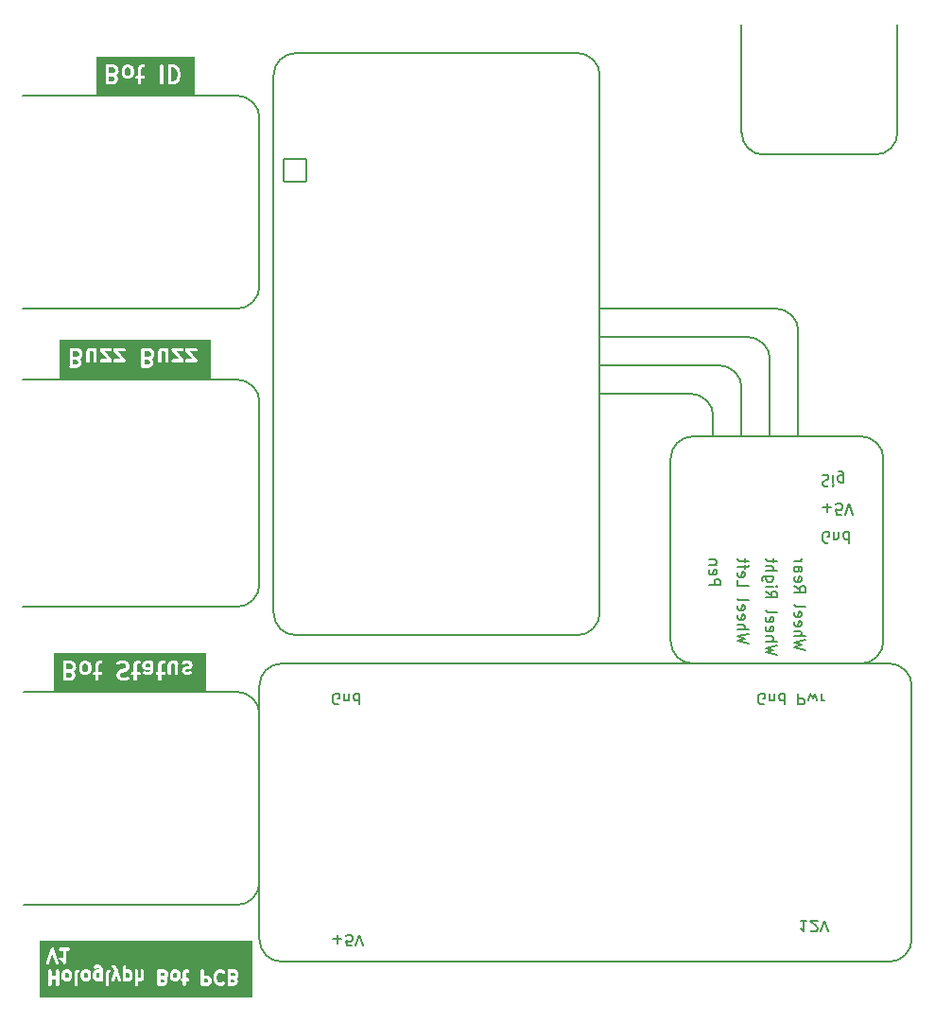
<source format=gbo>
%TF.GenerationSoftware,KiCad,Pcbnew,7.0.1*%
%TF.CreationDate,2024-01-15T22:41:26+05:30*%
%TF.ProjectId,hologlyph bot circuit,686f6c6f-676c-4797-9068-20626f742063,rev?*%
%TF.SameCoordinates,Original*%
%TF.FileFunction,Legend,Bot*%
%TF.FilePolarity,Positive*%
%FSLAX46Y46*%
G04 Gerber Fmt 4.6, Leading zero omitted, Abs format (unit mm)*
G04 Created by KiCad (PCBNEW 7.0.1) date 2024-01-15 22:41:26*
%MOMM*%
%LPD*%
G01*
G04 APERTURE LIST*
G04 Aperture macros list*
%AMRoundRect*
0 Rectangle with rounded corners*
0 $1 Rounding radius*
0 $2 $3 $4 $5 $6 $7 $8 $9 X,Y pos of 4 corners*
0 Add a 4 corners polygon primitive as box body*
4,1,4,$2,$3,$4,$5,$6,$7,$8,$9,$2,$3,0*
0 Add four circle primitives for the rounded corners*
1,1,$1+$1,$2,$3*
1,1,$1+$1,$4,$5*
1,1,$1+$1,$6,$7*
1,1,$1+$1,$8,$9*
0 Add four rect primitives between the rounded corners*
20,1,$1+$1,$2,$3,$4,$5,0*
20,1,$1+$1,$4,$5,$6,$7,0*
20,1,$1+$1,$6,$7,$8,$9,0*
20,1,$1+$1,$8,$9,$2,$3,0*%
G04 Aperture macros list end*
%ADD10C,0.150000*%
%ADD11C,0.300000*%
%ADD12R,1.700000X1.700000*%
%ADD13O,1.700000X1.700000*%
%ADD14C,1.600000*%
%ADD15O,1.600000X1.600000*%
%ADD16R,2.000000X2.000000*%
%ADD17C,2.000000*%
%ADD18C,3.000000*%
%ADD19RoundRect,0.102000X-1.000000X-1.000000X1.000000X-1.000000X1.000000X1.000000X-1.000000X1.000000X0*%
%ADD20C,2.204000*%
%ADD21R,1.980000X3.960000*%
%ADD22O,1.980000X3.960000*%
G04 APERTURE END LIST*
D10*
X105410000Y-93250000D02*
G75*
G03*
X107410000Y-95250000I2000000J0D01*
G01*
X134620000Y-73660000D02*
X142780000Y-73660000D01*
X102140000Y-92710000D02*
G75*
G03*
X104140000Y-90710000I0J2000000D01*
G01*
X134620000Y-45180000D02*
X134620000Y-93250000D01*
X104140000Y-74390000D02*
G75*
G03*
X102140000Y-72390000I-2000000J0D01*
G01*
X142970000Y-77470000D02*
X158020000Y-77470000D01*
X147320000Y-73120000D02*
X147320000Y-77470000D01*
X84550000Y-72390000D02*
X102140000Y-72390000D01*
X82978272Y-92710000D02*
X102140000Y-92710000D01*
X106140000Y-97790000D02*
G75*
G03*
X104140000Y-99790000I0J-2000000D01*
G01*
X82978272Y-46990000D02*
X102140000Y-46990000D01*
X140970000Y-95790000D02*
G75*
G03*
X142970000Y-97790000I2000000J0D01*
G01*
X82978272Y-66040000D02*
X102140000Y-66040000D01*
X102140000Y-92710000D02*
X84550000Y-92710000D01*
X102140000Y-119380000D02*
G75*
G03*
X104140000Y-117380000I0J2000000D01*
G01*
X82978272Y-72390000D02*
X102140000Y-72390000D01*
X160560000Y-124460000D02*
G75*
G03*
X162560000Y-122460000I0J2000000D01*
G01*
X144780000Y-75660000D02*
X144780000Y-77470000D01*
X147320000Y-73120000D02*
G75*
G03*
X145320000Y-71120000I-2000000J0D01*
G01*
X162560000Y-99790000D02*
G75*
G03*
X160560000Y-97790000I-2000000J0D01*
G01*
X144780000Y-75660000D02*
G75*
G03*
X142780000Y-73660000I-2000000J0D01*
G01*
X107410000Y-43180000D02*
X132620000Y-43180000D01*
X158020000Y-97790000D02*
X142970000Y-97790000D01*
X104140000Y-74390000D02*
X104140000Y-90710000D01*
X134620000Y-66040000D02*
X150400000Y-66040000D01*
X104140000Y-102330000D02*
X104140000Y-117380000D01*
X160020000Y-79470000D02*
G75*
G03*
X158020000Y-77470000I-2000000J0D01*
G01*
X152400000Y-68040000D02*
X152400000Y-77470000D01*
X160020000Y-79470000D02*
X160020000Y-95790000D01*
X160560000Y-124460000D02*
X106140000Y-124460000D01*
X162560000Y-99790000D02*
X162560000Y-122460000D01*
X134620000Y-45180000D02*
G75*
G03*
X132620000Y-43180000I-2000000J0D01*
G01*
X152400000Y-68040000D02*
G75*
G03*
X150400000Y-66040000I-2000000J0D01*
G01*
X134620000Y-71120000D02*
X145320000Y-71120000D01*
X132620000Y-95250000D02*
G75*
G03*
X134620000Y-93250000I0J2000000D01*
G01*
X104140000Y-122460000D02*
X104140000Y-99790000D01*
X161290000Y-50265514D02*
X161290000Y-40640000D01*
X142970000Y-77470000D02*
G75*
G03*
X140970000Y-79470000I0J-2000000D01*
G01*
X105410000Y-93250000D02*
X105410000Y-45180000D01*
X132620000Y-95250000D02*
X107410000Y-95250000D01*
X102140000Y-66040000D02*
G75*
G03*
X104140000Y-64040000I0J2000000D01*
G01*
X147320000Y-50265514D02*
X147320000Y-40640000D01*
X106140000Y-97790000D02*
X160560000Y-97790000D01*
X82991942Y-100330000D02*
X102153670Y-100330000D01*
X104140000Y-48990000D02*
X104140000Y-64040000D01*
X159290000Y-52265514D02*
X149320000Y-52265514D01*
X134620000Y-68580000D02*
X147860000Y-68580000D01*
X147319986Y-50265514D02*
G75*
G03*
X149320000Y-52265514I2000014J14D01*
G01*
X82991942Y-119380000D02*
X102153670Y-119380000D01*
X107410000Y-43180000D02*
G75*
G03*
X105410000Y-45180000I0J-2000000D01*
G01*
X104140000Y-122460000D02*
G75*
G03*
X106140000Y-124460000I2000000J0D01*
G01*
X104140000Y-102330000D02*
G75*
G03*
X102140000Y-100330000I-2000000J0D01*
G01*
X149860000Y-70580000D02*
G75*
G03*
X147860000Y-68580000I-2000000J0D01*
G01*
X140970000Y-95790000D02*
X140970000Y-79470000D01*
X104140000Y-48990000D02*
G75*
G03*
X102140000Y-46990000I-2000000J0D01*
G01*
X159290000Y-52265500D02*
G75*
G03*
X161290000Y-50265514I0J2000000D01*
G01*
X158020000Y-97790000D02*
G75*
G03*
X160020000Y-95790000I0J2000000D01*
G01*
X102140000Y-66040000D02*
X83280000Y-66040000D01*
X149860000Y-70580000D02*
X149860000Y-77470000D01*
X150494307Y-97029223D02*
X149494307Y-96791128D01*
X149494307Y-96791128D02*
X150208593Y-96600652D01*
X150208593Y-96600652D02*
X149494307Y-96410176D01*
X149494307Y-96410176D02*
X150494307Y-96172081D01*
X149494307Y-95791128D02*
X150494307Y-95791128D01*
X149494307Y-95362557D02*
X150018117Y-95362557D01*
X150018117Y-95362557D02*
X150113355Y-95410176D01*
X150113355Y-95410176D02*
X150160974Y-95505414D01*
X150160974Y-95505414D02*
X150160974Y-95648271D01*
X150160974Y-95648271D02*
X150113355Y-95743509D01*
X150113355Y-95743509D02*
X150065736Y-95791128D01*
X149541927Y-94505414D02*
X149494307Y-94600652D01*
X149494307Y-94600652D02*
X149494307Y-94791128D01*
X149494307Y-94791128D02*
X149541927Y-94886366D01*
X149541927Y-94886366D02*
X149637165Y-94933985D01*
X149637165Y-94933985D02*
X150018117Y-94933985D01*
X150018117Y-94933985D02*
X150113355Y-94886366D01*
X150113355Y-94886366D02*
X150160974Y-94791128D01*
X150160974Y-94791128D02*
X150160974Y-94600652D01*
X150160974Y-94600652D02*
X150113355Y-94505414D01*
X150113355Y-94505414D02*
X150018117Y-94457795D01*
X150018117Y-94457795D02*
X149922879Y-94457795D01*
X149922879Y-94457795D02*
X149827641Y-94933985D01*
X149541927Y-93648271D02*
X149494307Y-93743509D01*
X149494307Y-93743509D02*
X149494307Y-93933985D01*
X149494307Y-93933985D02*
X149541927Y-94029223D01*
X149541927Y-94029223D02*
X149637165Y-94076842D01*
X149637165Y-94076842D02*
X150018117Y-94076842D01*
X150018117Y-94076842D02*
X150113355Y-94029223D01*
X150113355Y-94029223D02*
X150160974Y-93933985D01*
X150160974Y-93933985D02*
X150160974Y-93743509D01*
X150160974Y-93743509D02*
X150113355Y-93648271D01*
X150113355Y-93648271D02*
X150018117Y-93600652D01*
X150018117Y-93600652D02*
X149922879Y-93600652D01*
X149922879Y-93600652D02*
X149827641Y-94076842D01*
X149494307Y-93029223D02*
X149541927Y-93124461D01*
X149541927Y-93124461D02*
X149637165Y-93172080D01*
X149637165Y-93172080D02*
X150494307Y-93172080D01*
X149494307Y-91314937D02*
X149970498Y-91648270D01*
X149494307Y-91886365D02*
X150494307Y-91886365D01*
X150494307Y-91886365D02*
X150494307Y-91505413D01*
X150494307Y-91505413D02*
X150446688Y-91410175D01*
X150446688Y-91410175D02*
X150399069Y-91362556D01*
X150399069Y-91362556D02*
X150303831Y-91314937D01*
X150303831Y-91314937D02*
X150160974Y-91314937D01*
X150160974Y-91314937D02*
X150065736Y-91362556D01*
X150065736Y-91362556D02*
X150018117Y-91410175D01*
X150018117Y-91410175D02*
X149970498Y-91505413D01*
X149970498Y-91505413D02*
X149970498Y-91886365D01*
X149494307Y-90886365D02*
X150160974Y-90886365D01*
X150494307Y-90886365D02*
X150446688Y-90933984D01*
X150446688Y-90933984D02*
X150399069Y-90886365D01*
X150399069Y-90886365D02*
X150446688Y-90838746D01*
X150446688Y-90838746D02*
X150494307Y-90886365D01*
X150494307Y-90886365D02*
X150399069Y-90886365D01*
X150160974Y-89981604D02*
X149351450Y-89981604D01*
X149351450Y-89981604D02*
X149256212Y-90029223D01*
X149256212Y-90029223D02*
X149208593Y-90076842D01*
X149208593Y-90076842D02*
X149160974Y-90172080D01*
X149160974Y-90172080D02*
X149160974Y-90314937D01*
X149160974Y-90314937D02*
X149208593Y-90410175D01*
X149541927Y-89981604D02*
X149494307Y-90076842D01*
X149494307Y-90076842D02*
X149494307Y-90267318D01*
X149494307Y-90267318D02*
X149541927Y-90362556D01*
X149541927Y-90362556D02*
X149589546Y-90410175D01*
X149589546Y-90410175D02*
X149684784Y-90457794D01*
X149684784Y-90457794D02*
X149970498Y-90457794D01*
X149970498Y-90457794D02*
X150065736Y-90410175D01*
X150065736Y-90410175D02*
X150113355Y-90362556D01*
X150113355Y-90362556D02*
X150160974Y-90267318D01*
X150160974Y-90267318D02*
X150160974Y-90076842D01*
X150160974Y-90076842D02*
X150113355Y-89981604D01*
X149494307Y-89505413D02*
X150494307Y-89505413D01*
X149494307Y-89076842D02*
X150018117Y-89076842D01*
X150018117Y-89076842D02*
X150113355Y-89124461D01*
X150113355Y-89124461D02*
X150160974Y-89219699D01*
X150160974Y-89219699D02*
X150160974Y-89362556D01*
X150160974Y-89362556D02*
X150113355Y-89457794D01*
X150113355Y-89457794D02*
X150065736Y-89505413D01*
X150160974Y-88743508D02*
X150160974Y-88362556D01*
X150494307Y-88600651D02*
X149637165Y-88600651D01*
X149637165Y-88600651D02*
X149541927Y-88553032D01*
X149541927Y-88553032D02*
X149494307Y-88457794D01*
X149494307Y-88457794D02*
X149494307Y-88362556D01*
D11*
G36*
X96588973Y-44528866D02*
G01*
X96689579Y-44629472D01*
X96742757Y-44735826D01*
X96805714Y-44987653D01*
X96805714Y-45165011D01*
X96742758Y-45416833D01*
X96689580Y-45523191D01*
X96588972Y-45623798D01*
X96431372Y-45676332D01*
X96248571Y-45676332D01*
X96248571Y-44476332D01*
X96431373Y-44476332D01*
X96588973Y-44528866D01*
G37*
G36*
X91081146Y-45306753D02*
G01*
X91118149Y-45343756D01*
X91162857Y-45433172D01*
X91162857Y-45505208D01*
X91118151Y-45594618D01*
X91081145Y-45631624D01*
X90991731Y-45676332D01*
X90677142Y-45676332D01*
X90677142Y-45262046D01*
X90991732Y-45262046D01*
X91081146Y-45306753D01*
G37*
G36*
X91152575Y-44521039D02*
G01*
X91189578Y-44558042D01*
X91234285Y-44647456D01*
X91234285Y-44790922D01*
X91189578Y-44880336D01*
X91160400Y-44909513D01*
X91016030Y-44957636D01*
X91010361Y-44956616D01*
X90997269Y-44962046D01*
X90677142Y-44962046D01*
X90677142Y-44476332D01*
X91063160Y-44476332D01*
X91152575Y-44521039D01*
G37*
G36*
X92509718Y-44521039D02*
G01*
X92546721Y-44558042D01*
X92591428Y-44647456D01*
X92591428Y-45005208D01*
X92546720Y-45094622D01*
X92509718Y-45131624D01*
X92420304Y-45176332D01*
X92276838Y-45176332D01*
X92187425Y-45131625D01*
X92150419Y-45094620D01*
X92105714Y-45005208D01*
X92105714Y-44647456D01*
X92150420Y-44558042D01*
X92187424Y-44521038D01*
X92276838Y-44476332D01*
X92420303Y-44476332D01*
X92509718Y-44521039D01*
G37*
G36*
X98355715Y-47057047D02*
G01*
X89505714Y-47057047D01*
X89505714Y-45848581D01*
X90372400Y-45848581D01*
X90386240Y-45878887D01*
X90395626Y-45910852D01*
X90404251Y-45918326D01*
X90408993Y-45928708D01*
X90437020Y-45946720D01*
X90462199Y-45968537D01*
X90473496Y-45970161D01*
X90483098Y-45976332D01*
X90516411Y-45976332D01*
X90549391Y-45981074D01*
X90559774Y-45976332D01*
X91019066Y-45976332D01*
X91054830Y-45980193D01*
X91082245Y-45966485D01*
X91111662Y-45957848D01*
X91120943Y-45947136D01*
X91220261Y-45897477D01*
X91244922Y-45892113D01*
X91274133Y-45862901D01*
X91304413Y-45834736D01*
X91305139Y-45831895D01*
X91334193Y-45802841D01*
X91355895Y-45789952D01*
X91374378Y-45752985D01*
X91394188Y-45716707D01*
X91393978Y-45713784D01*
X91443409Y-45614923D01*
X91462857Y-45584662D01*
X91462857Y-45554009D01*
X91468287Y-45523837D01*
X91462857Y-45510745D01*
X91462857Y-45405837D01*
X91466718Y-45370073D01*
X91453010Y-45342657D01*
X91444373Y-45313241D01*
X91433661Y-45303959D01*
X91384002Y-45204641D01*
X91378638Y-45179980D01*
X91349416Y-45150758D01*
X91347991Y-45149226D01*
X91363199Y-45138658D01*
X91368617Y-45125560D01*
X91405624Y-45088553D01*
X91427324Y-45075665D01*
X91445798Y-45038715D01*
X91465618Y-45002420D01*
X91465408Y-44999495D01*
X91514837Y-44900637D01*
X91534285Y-44870376D01*
X91534285Y-44839724D01*
X91539715Y-44809550D01*
X91534285Y-44796458D01*
X91534285Y-44628828D01*
X91800284Y-44628828D01*
X91805714Y-44641920D01*
X91805714Y-45032542D01*
X91801853Y-45068305D01*
X91815560Y-45095719D01*
X91824198Y-45125138D01*
X91834909Y-45134419D01*
X91884567Y-45233737D01*
X91889933Y-45258398D01*
X91919137Y-45287601D01*
X91947309Y-45317888D01*
X91950150Y-45318614D01*
X91979204Y-45347667D01*
X91992094Y-45369370D01*
X92029068Y-45387857D01*
X92065341Y-45407664D01*
X92068263Y-45407454D01*
X92167122Y-45456884D01*
X92197384Y-45476332D01*
X92228037Y-45476332D01*
X92258209Y-45481762D01*
X92271301Y-45476332D01*
X92447639Y-45476332D01*
X92483402Y-45480193D01*
X92510816Y-45466485D01*
X92540234Y-45457848D01*
X92549516Y-45447135D01*
X92648830Y-45397477D01*
X92673492Y-45392113D01*
X92702706Y-45362898D01*
X92718099Y-45348581D01*
X93015258Y-45348581D01*
X93051851Y-45428708D01*
X93125956Y-45476332D01*
X93234285Y-45476332D01*
X93234285Y-45847900D01*
X93252769Y-45910852D01*
X93319342Y-45968537D01*
X93406534Y-45981074D01*
X93486661Y-45944481D01*
X93534285Y-45870376D01*
X93534285Y-45847900D01*
X95234285Y-45847900D01*
X95252769Y-45910852D01*
X95319342Y-45968537D01*
X95406534Y-45981074D01*
X95486661Y-45944481D01*
X95534285Y-45870376D01*
X95534285Y-45848581D01*
X95943829Y-45848581D01*
X95957669Y-45878887D01*
X95967055Y-45910852D01*
X95975680Y-45918326D01*
X95980422Y-45928708D01*
X96008449Y-45946720D01*
X96033628Y-45968537D01*
X96044925Y-45970161D01*
X96054527Y-45976332D01*
X96087840Y-45976332D01*
X96120820Y-45981074D01*
X96131203Y-45976332D01*
X96436908Y-45976332D01*
X96461365Y-45982562D01*
X96500556Y-45969498D01*
X96540234Y-45957848D01*
X96542153Y-45955632D01*
X96709769Y-45899760D01*
X96744922Y-45892113D01*
X96766598Y-45870436D01*
X96791771Y-45852942D01*
X96797188Y-45839846D01*
X96905622Y-45731412D01*
X96927324Y-45718523D01*
X96945809Y-45681552D01*
X96965617Y-45645277D01*
X96965408Y-45642354D01*
X97006501Y-45560167D01*
X97019125Y-45548298D01*
X97025813Y-45521544D01*
X97028095Y-45516981D01*
X97031026Y-45500690D01*
X97095247Y-45243805D01*
X97105714Y-45227519D01*
X97105714Y-45201939D01*
X97106466Y-45198931D01*
X97105714Y-45180426D01*
X97105714Y-44993876D01*
X97111918Y-44975538D01*
X97105714Y-44950722D01*
X97105714Y-44947621D01*
X97100495Y-44929847D01*
X97036286Y-44673014D01*
X97038147Y-44655786D01*
X97025812Y-44631117D01*
X97024576Y-44626171D01*
X97016204Y-44611901D01*
X96955432Y-44490358D01*
X96950067Y-44465696D01*
X96920846Y-44436475D01*
X96892690Y-44406205D01*
X96889849Y-44405478D01*
X96781776Y-44297405D01*
X96759218Y-44269386D01*
X96730137Y-44259692D01*
X96703231Y-44245000D01*
X96689093Y-44246011D01*
X96520989Y-44189976D01*
X96499758Y-44176332D01*
X96458445Y-44176332D01*
X96417121Y-44174837D01*
X96414599Y-44176332D01*
X96109302Y-44176332D01*
X96076322Y-44171590D01*
X96046015Y-44185430D01*
X96014051Y-44194816D01*
X96006576Y-44203441D01*
X95996195Y-44208183D01*
X95978182Y-44236210D01*
X95956366Y-44261389D01*
X95954741Y-44272686D01*
X95948571Y-44282288D01*
X95948571Y-44315601D01*
X95943829Y-44348581D01*
X95948571Y-44358964D01*
X95948571Y-45815601D01*
X95943829Y-45848581D01*
X95534285Y-45848581D01*
X95534285Y-44304764D01*
X95515801Y-44241812D01*
X95449228Y-44184127D01*
X95362036Y-44171590D01*
X95281909Y-44208183D01*
X95234285Y-44282288D01*
X95234285Y-45847900D01*
X93534285Y-45847900D01*
X93534285Y-45476332D01*
X93762996Y-45476332D01*
X93825948Y-45457848D01*
X93883633Y-45391275D01*
X93896170Y-45304083D01*
X93859577Y-45223956D01*
X93785472Y-45176332D01*
X93534285Y-45176332D01*
X93534285Y-44576029D01*
X93567517Y-44509563D01*
X93633981Y-44476332D01*
X93762996Y-44476332D01*
X93825948Y-44457848D01*
X93883633Y-44391275D01*
X93896170Y-44304083D01*
X93859577Y-44223956D01*
X93785472Y-44176332D01*
X93606646Y-44176332D01*
X93570882Y-44172471D01*
X93543466Y-44186179D01*
X93514051Y-44194816D01*
X93504769Y-44205527D01*
X93422813Y-44246506D01*
X93416984Y-44246301D01*
X93383770Y-44266028D01*
X93369341Y-44273243D01*
X93365309Y-44276993D01*
X93341247Y-44291285D01*
X93333685Y-44306408D01*
X93321301Y-44317928D01*
X93314367Y-44345043D01*
X93253735Y-44466308D01*
X93234285Y-44496574D01*
X93234285Y-44527227D01*
X93228855Y-44557399D01*
X93234285Y-44570491D01*
X93234285Y-45176332D01*
X93148432Y-45176332D01*
X93085480Y-45194816D01*
X93027795Y-45261389D01*
X93015258Y-45348581D01*
X92718099Y-45348581D01*
X92732984Y-45334736D01*
X92733710Y-45331895D01*
X92762766Y-45302840D01*
X92784467Y-45289951D01*
X92802946Y-45252992D01*
X92822760Y-45216707D01*
X92822550Y-45213782D01*
X92871980Y-45114923D01*
X92891428Y-45084662D01*
X92891428Y-45054010D01*
X92896858Y-45023836D01*
X92891428Y-45010744D01*
X92891428Y-44620122D01*
X92895289Y-44584359D01*
X92881581Y-44556944D01*
X92872944Y-44527526D01*
X92862232Y-44518244D01*
X92812574Y-44418926D01*
X92807209Y-44394266D01*
X92778001Y-44365058D01*
X92749833Y-44334776D01*
X92746992Y-44334049D01*
X92717934Y-44304992D01*
X92705047Y-44283294D01*
X92668097Y-44264819D01*
X92631801Y-44245000D01*
X92628877Y-44245209D01*
X92530023Y-44195782D01*
X92499758Y-44176332D01*
X92469105Y-44176332D01*
X92438933Y-44170902D01*
X92425841Y-44176332D01*
X92249503Y-44176332D01*
X92213739Y-44172471D01*
X92186323Y-44186179D01*
X92156908Y-44194816D01*
X92147626Y-44205527D01*
X92048311Y-44255186D01*
X92023650Y-44260551D01*
X91994435Y-44289765D01*
X91964158Y-44317928D01*
X91963431Y-44320768D01*
X91934375Y-44349823D01*
X91912675Y-44362713D01*
X91894194Y-44399673D01*
X91874382Y-44435957D01*
X91874591Y-44438880D01*
X91825159Y-44537743D01*
X91805714Y-44568002D01*
X91805714Y-44598653D01*
X91800284Y-44628828D01*
X91534285Y-44628828D01*
X91534285Y-44620122D01*
X91538146Y-44584359D01*
X91524438Y-44556944D01*
X91515801Y-44527526D01*
X91505089Y-44518244D01*
X91455431Y-44418926D01*
X91450066Y-44394266D01*
X91420858Y-44365058D01*
X91392690Y-44334776D01*
X91389849Y-44334049D01*
X91360791Y-44304992D01*
X91347904Y-44283294D01*
X91310954Y-44264819D01*
X91274658Y-44245000D01*
X91271734Y-44245209D01*
X91172880Y-44195782D01*
X91142615Y-44176332D01*
X91111962Y-44176332D01*
X91081790Y-44170902D01*
X91068698Y-44176332D01*
X90537873Y-44176332D01*
X90504893Y-44171590D01*
X90474586Y-44185430D01*
X90442622Y-44194816D01*
X90435147Y-44203441D01*
X90424766Y-44208183D01*
X90406753Y-44236210D01*
X90384937Y-44261389D01*
X90383312Y-44272686D01*
X90377142Y-44282288D01*
X90377142Y-44315601D01*
X90372400Y-44348581D01*
X90377142Y-44358964D01*
X90377142Y-45101315D01*
X90372400Y-45134295D01*
X90377142Y-45144678D01*
X90377142Y-45815601D01*
X90372400Y-45848581D01*
X89505714Y-45848581D01*
X89505714Y-43478475D01*
X98355715Y-43478475D01*
X98355715Y-47057047D01*
G37*
D10*
X147954307Y-95981605D02*
X146954307Y-95743510D01*
X146954307Y-95743510D02*
X147668593Y-95553034D01*
X147668593Y-95553034D02*
X146954307Y-95362558D01*
X146954307Y-95362558D02*
X147954307Y-95124463D01*
X146954307Y-94743510D02*
X147954307Y-94743510D01*
X146954307Y-94314939D02*
X147478117Y-94314939D01*
X147478117Y-94314939D02*
X147573355Y-94362558D01*
X147573355Y-94362558D02*
X147620974Y-94457796D01*
X147620974Y-94457796D02*
X147620974Y-94600653D01*
X147620974Y-94600653D02*
X147573355Y-94695891D01*
X147573355Y-94695891D02*
X147525736Y-94743510D01*
X147001927Y-93457796D02*
X146954307Y-93553034D01*
X146954307Y-93553034D02*
X146954307Y-93743510D01*
X146954307Y-93743510D02*
X147001927Y-93838748D01*
X147001927Y-93838748D02*
X147097165Y-93886367D01*
X147097165Y-93886367D02*
X147478117Y-93886367D01*
X147478117Y-93886367D02*
X147573355Y-93838748D01*
X147573355Y-93838748D02*
X147620974Y-93743510D01*
X147620974Y-93743510D02*
X147620974Y-93553034D01*
X147620974Y-93553034D02*
X147573355Y-93457796D01*
X147573355Y-93457796D02*
X147478117Y-93410177D01*
X147478117Y-93410177D02*
X147382879Y-93410177D01*
X147382879Y-93410177D02*
X147287641Y-93886367D01*
X147001927Y-92600653D02*
X146954307Y-92695891D01*
X146954307Y-92695891D02*
X146954307Y-92886367D01*
X146954307Y-92886367D02*
X147001927Y-92981605D01*
X147001927Y-92981605D02*
X147097165Y-93029224D01*
X147097165Y-93029224D02*
X147478117Y-93029224D01*
X147478117Y-93029224D02*
X147573355Y-92981605D01*
X147573355Y-92981605D02*
X147620974Y-92886367D01*
X147620974Y-92886367D02*
X147620974Y-92695891D01*
X147620974Y-92695891D02*
X147573355Y-92600653D01*
X147573355Y-92600653D02*
X147478117Y-92553034D01*
X147478117Y-92553034D02*
X147382879Y-92553034D01*
X147382879Y-92553034D02*
X147287641Y-93029224D01*
X146954307Y-91981605D02*
X147001927Y-92076843D01*
X147001927Y-92076843D02*
X147097165Y-92124462D01*
X147097165Y-92124462D02*
X147954307Y-92124462D01*
X146954307Y-90362557D02*
X146954307Y-90838747D01*
X146954307Y-90838747D02*
X147954307Y-90838747D01*
X147001927Y-89648271D02*
X146954307Y-89743509D01*
X146954307Y-89743509D02*
X146954307Y-89933985D01*
X146954307Y-89933985D02*
X147001927Y-90029223D01*
X147001927Y-90029223D02*
X147097165Y-90076842D01*
X147097165Y-90076842D02*
X147478117Y-90076842D01*
X147478117Y-90076842D02*
X147573355Y-90029223D01*
X147573355Y-90029223D02*
X147620974Y-89933985D01*
X147620974Y-89933985D02*
X147620974Y-89743509D01*
X147620974Y-89743509D02*
X147573355Y-89648271D01*
X147573355Y-89648271D02*
X147478117Y-89600652D01*
X147478117Y-89600652D02*
X147382879Y-89600652D01*
X147382879Y-89600652D02*
X147287641Y-90076842D01*
X147620974Y-89314937D02*
X147620974Y-88933985D01*
X146954307Y-89172080D02*
X147811450Y-89172080D01*
X147811450Y-89172080D02*
X147906688Y-89124461D01*
X147906688Y-89124461D02*
X147954307Y-89029223D01*
X147954307Y-89029223D02*
X147954307Y-88933985D01*
X147620974Y-88743508D02*
X147620974Y-88362556D01*
X147954307Y-88600651D02*
X147097165Y-88600651D01*
X147097165Y-88600651D02*
X147001927Y-88553032D01*
X147001927Y-88553032D02*
X146954307Y-88457794D01*
X146954307Y-88457794D02*
X146954307Y-88362556D01*
X154530997Y-80960361D02*
X154673854Y-80912741D01*
X154673854Y-80912741D02*
X154911949Y-80912741D01*
X154911949Y-80912741D02*
X155007187Y-80960361D01*
X155007187Y-80960361D02*
X155054806Y-81007980D01*
X155054806Y-81007980D02*
X155102425Y-81103218D01*
X155102425Y-81103218D02*
X155102425Y-81198456D01*
X155102425Y-81198456D02*
X155054806Y-81293694D01*
X155054806Y-81293694D02*
X155007187Y-81341313D01*
X155007187Y-81341313D02*
X154911949Y-81388932D01*
X154911949Y-81388932D02*
X154721473Y-81436551D01*
X154721473Y-81436551D02*
X154626235Y-81484170D01*
X154626235Y-81484170D02*
X154578616Y-81531789D01*
X154578616Y-81531789D02*
X154530997Y-81627027D01*
X154530997Y-81627027D02*
X154530997Y-81722265D01*
X154530997Y-81722265D02*
X154578616Y-81817503D01*
X154578616Y-81817503D02*
X154626235Y-81865122D01*
X154626235Y-81865122D02*
X154721473Y-81912741D01*
X154721473Y-81912741D02*
X154959568Y-81912741D01*
X154959568Y-81912741D02*
X155102425Y-81865122D01*
X155530997Y-80912741D02*
X155530997Y-81579408D01*
X155530997Y-81912741D02*
X155483378Y-81865122D01*
X155483378Y-81865122D02*
X155530997Y-81817503D01*
X155530997Y-81817503D02*
X155578616Y-81865122D01*
X155578616Y-81865122D02*
X155530997Y-81912741D01*
X155530997Y-81912741D02*
X155530997Y-81817503D01*
X156435758Y-81579408D02*
X156435758Y-80769884D01*
X156435758Y-80769884D02*
X156388139Y-80674646D01*
X156388139Y-80674646D02*
X156340520Y-80627027D01*
X156340520Y-80627027D02*
X156245282Y-80579408D01*
X156245282Y-80579408D02*
X156102425Y-80579408D01*
X156102425Y-80579408D02*
X156007187Y-80627027D01*
X156435758Y-80960361D02*
X156340520Y-80912741D01*
X156340520Y-80912741D02*
X156150044Y-80912741D01*
X156150044Y-80912741D02*
X156054806Y-80960361D01*
X156054806Y-80960361D02*
X156007187Y-81007980D01*
X156007187Y-81007980D02*
X155959568Y-81103218D01*
X155959568Y-81103218D02*
X155959568Y-81388932D01*
X155959568Y-81388932D02*
X156007187Y-81484170D01*
X156007187Y-81484170D02*
X156054806Y-81531789D01*
X156054806Y-81531789D02*
X156150044Y-81579408D01*
X156150044Y-81579408D02*
X156340520Y-81579408D01*
X156340520Y-81579408D02*
X156435758Y-81531789D01*
X154578616Y-83833694D02*
X155340521Y-83833694D01*
X154959568Y-83452741D02*
X154959568Y-84214646D01*
X156292901Y-84452741D02*
X155816711Y-84452741D01*
X155816711Y-84452741D02*
X155769092Y-83976551D01*
X155769092Y-83976551D02*
X155816711Y-84024170D01*
X155816711Y-84024170D02*
X155911949Y-84071789D01*
X155911949Y-84071789D02*
X156150044Y-84071789D01*
X156150044Y-84071789D02*
X156245282Y-84024170D01*
X156245282Y-84024170D02*
X156292901Y-83976551D01*
X156292901Y-83976551D02*
X156340520Y-83881313D01*
X156340520Y-83881313D02*
X156340520Y-83643218D01*
X156340520Y-83643218D02*
X156292901Y-83547980D01*
X156292901Y-83547980D02*
X156245282Y-83500361D01*
X156245282Y-83500361D02*
X156150044Y-83452741D01*
X156150044Y-83452741D02*
X155911949Y-83452741D01*
X155911949Y-83452741D02*
X155816711Y-83500361D01*
X155816711Y-83500361D02*
X155769092Y-83547980D01*
X156626235Y-84452741D02*
X156959568Y-83452741D01*
X156959568Y-83452741D02*
X157292901Y-84452741D01*
X153161904Y-120772380D02*
X152590476Y-120772380D01*
X152876190Y-120772380D02*
X152876190Y-121772380D01*
X152876190Y-121772380D02*
X152780952Y-121629523D01*
X152780952Y-121629523D02*
X152685714Y-121534285D01*
X152685714Y-121534285D02*
X152590476Y-121486666D01*
X153542857Y-121677142D02*
X153590476Y-121724761D01*
X153590476Y-121724761D02*
X153685714Y-121772380D01*
X153685714Y-121772380D02*
X153923809Y-121772380D01*
X153923809Y-121772380D02*
X154019047Y-121724761D01*
X154019047Y-121724761D02*
X154066666Y-121677142D01*
X154066666Y-121677142D02*
X154114285Y-121581904D01*
X154114285Y-121581904D02*
X154114285Y-121486666D01*
X154114285Y-121486666D02*
X154066666Y-121343809D01*
X154066666Y-121343809D02*
X153495238Y-120772380D01*
X153495238Y-120772380D02*
X154114285Y-120772380D01*
X154400000Y-121772380D02*
X154733333Y-120772380D01*
X154733333Y-120772380D02*
X155066666Y-121772380D01*
X110728095Y-122423333D02*
X111490000Y-122423333D01*
X111109047Y-122042380D02*
X111109047Y-122804285D01*
X112442380Y-123042380D02*
X111966190Y-123042380D01*
X111966190Y-123042380D02*
X111918571Y-122566190D01*
X111918571Y-122566190D02*
X111966190Y-122613809D01*
X111966190Y-122613809D02*
X112061428Y-122661428D01*
X112061428Y-122661428D02*
X112299523Y-122661428D01*
X112299523Y-122661428D02*
X112394761Y-122613809D01*
X112394761Y-122613809D02*
X112442380Y-122566190D01*
X112442380Y-122566190D02*
X112489999Y-122470952D01*
X112489999Y-122470952D02*
X112489999Y-122232857D01*
X112489999Y-122232857D02*
X112442380Y-122137619D01*
X112442380Y-122137619D02*
X112394761Y-122090000D01*
X112394761Y-122090000D02*
X112299523Y-122042380D01*
X112299523Y-122042380D02*
X112061428Y-122042380D01*
X112061428Y-122042380D02*
X111966190Y-122090000D01*
X111966190Y-122090000D02*
X111918571Y-122137619D01*
X112775714Y-123042380D02*
X113109047Y-122042380D01*
X113109047Y-122042380D02*
X113442380Y-123042380D01*
D11*
G36*
X87271146Y-98646753D02*
G01*
X87308149Y-98683756D01*
X87352857Y-98773172D01*
X87352857Y-98845208D01*
X87308151Y-98934618D01*
X87271145Y-98971624D01*
X87181731Y-99016332D01*
X86867142Y-99016332D01*
X86867142Y-98602046D01*
X87181732Y-98602046D01*
X87271146Y-98646753D01*
G37*
G36*
X87342575Y-97861039D02*
G01*
X87379578Y-97898042D01*
X87424285Y-97987456D01*
X87424285Y-98130922D01*
X87379578Y-98220336D01*
X87350400Y-98249513D01*
X87206030Y-98297636D01*
X87200361Y-98296616D01*
X87187269Y-98302046D01*
X86867142Y-98302046D01*
X86867142Y-97816332D01*
X87253160Y-97816332D01*
X87342575Y-97861039D01*
G37*
G36*
X94352857Y-97830466D02*
G01*
X94352857Y-98084066D01*
X94343217Y-98082331D01*
X94330125Y-98087761D01*
X94038267Y-98087761D01*
X93971802Y-98054528D01*
X93938571Y-97988065D01*
X93938571Y-97916028D01*
X93971802Y-97849564D01*
X94038268Y-97816332D01*
X94324589Y-97816332D01*
X94352857Y-97830466D01*
G37*
G36*
X88699718Y-97861039D02*
G01*
X88736721Y-97898042D01*
X88781428Y-97987456D01*
X88781428Y-98345208D01*
X88736720Y-98434622D01*
X88699718Y-98471624D01*
X88610304Y-98516332D01*
X88466838Y-98516332D01*
X88377425Y-98471625D01*
X88340419Y-98434620D01*
X88295714Y-98345208D01*
X88295714Y-97987456D01*
X88340420Y-97898042D01*
X88377424Y-97861038D01*
X88466838Y-97816332D01*
X88610303Y-97816332D01*
X88699718Y-97861039D01*
G37*
G36*
X99402858Y-100397047D02*
G01*
X85695714Y-100397047D01*
X85695714Y-99188581D01*
X86562400Y-99188581D01*
X86576240Y-99218887D01*
X86585626Y-99250852D01*
X86594251Y-99258326D01*
X86598993Y-99268708D01*
X86627020Y-99286720D01*
X86652199Y-99308537D01*
X86663496Y-99310161D01*
X86673098Y-99316332D01*
X86706411Y-99316332D01*
X86739391Y-99321074D01*
X86749774Y-99316332D01*
X87209066Y-99316332D01*
X87244830Y-99320193D01*
X87272245Y-99306485D01*
X87301662Y-99297848D01*
X87310943Y-99287136D01*
X87410261Y-99237477D01*
X87434922Y-99232113D01*
X87464133Y-99202901D01*
X87494413Y-99174736D01*
X87495139Y-99171895D01*
X87524193Y-99142841D01*
X87545895Y-99129952D01*
X87564378Y-99092985D01*
X87584188Y-99056707D01*
X87583978Y-99053784D01*
X87633409Y-98954923D01*
X87652857Y-98924662D01*
X87652857Y-98894009D01*
X87658287Y-98863837D01*
X87652857Y-98850745D01*
X87652857Y-98745837D01*
X87656718Y-98710073D01*
X87643010Y-98682657D01*
X87634373Y-98653241D01*
X87623661Y-98643959D01*
X87574002Y-98544641D01*
X87568638Y-98519980D01*
X87539416Y-98490758D01*
X87537991Y-98489226D01*
X87553199Y-98478658D01*
X87558617Y-98465560D01*
X87595624Y-98428553D01*
X87617324Y-98415665D01*
X87635798Y-98378715D01*
X87655618Y-98342420D01*
X87655408Y-98339495D01*
X87704837Y-98240637D01*
X87724285Y-98210376D01*
X87724285Y-98179724D01*
X87729715Y-98149550D01*
X87724285Y-98136458D01*
X87724285Y-97968828D01*
X87990284Y-97968828D01*
X87995714Y-97981920D01*
X87995714Y-98372542D01*
X87991853Y-98408305D01*
X88005560Y-98435719D01*
X88014198Y-98465138D01*
X88024909Y-98474419D01*
X88074567Y-98573737D01*
X88079933Y-98598398D01*
X88109137Y-98627601D01*
X88137309Y-98657888D01*
X88140150Y-98658614D01*
X88169204Y-98687667D01*
X88182094Y-98709370D01*
X88219068Y-98727857D01*
X88255341Y-98747664D01*
X88258263Y-98747454D01*
X88357122Y-98796884D01*
X88387384Y-98816332D01*
X88418037Y-98816332D01*
X88448209Y-98821762D01*
X88461301Y-98816332D01*
X88637639Y-98816332D01*
X88673402Y-98820193D01*
X88700816Y-98806485D01*
X88730234Y-98797848D01*
X88739516Y-98787135D01*
X88838830Y-98737477D01*
X88863492Y-98732113D01*
X88892706Y-98702898D01*
X88908099Y-98688581D01*
X89205258Y-98688581D01*
X89241851Y-98768708D01*
X89315956Y-98816332D01*
X89424285Y-98816332D01*
X89424285Y-99187900D01*
X89442769Y-99250852D01*
X89509342Y-99308537D01*
X89596534Y-99321074D01*
X89676661Y-99284481D01*
X89724285Y-99210376D01*
X89724285Y-98816332D01*
X89952996Y-98816332D01*
X90015948Y-98797848D01*
X90073633Y-98731275D01*
X90086170Y-98644083D01*
X90049577Y-98563956D01*
X89975472Y-98516332D01*
X89724285Y-98516332D01*
X89724285Y-97916029D01*
X89757517Y-97849563D01*
X89823981Y-97816332D01*
X89952996Y-97816332D01*
X90015948Y-97797848D01*
X90073633Y-97731275D01*
X90075093Y-97721120D01*
X91347413Y-97721120D01*
X91363092Y-97807802D01*
X91423145Y-97872246D01*
X91508508Y-97893991D01*
X91741484Y-97816332D01*
X92038875Y-97816332D01*
X92128289Y-97861039D01*
X92165293Y-97898043D01*
X92210000Y-97987456D01*
X92210000Y-98059493D01*
X92165292Y-98148906D01*
X92128288Y-98185910D01*
X92021930Y-98239089D01*
X91778110Y-98300045D01*
X91760882Y-98298185D01*
X91736213Y-98310519D01*
X91731267Y-98311756D01*
X91716997Y-98320127D01*
X91595454Y-98380900D01*
X91570793Y-98386265D01*
X91541578Y-98415479D01*
X91511301Y-98443642D01*
X91510574Y-98446482D01*
X91481518Y-98475537D01*
X91459818Y-98488427D01*
X91441339Y-98525383D01*
X91421525Y-98561671D01*
X91421734Y-98564595D01*
X91372304Y-98663456D01*
X91352857Y-98693717D01*
X91352857Y-98724369D01*
X91347427Y-98754543D01*
X91352857Y-98767635D01*
X91352857Y-98872542D01*
X91348996Y-98908305D01*
X91362703Y-98935719D01*
X91371341Y-98965138D01*
X91382052Y-98974419D01*
X91431710Y-99073737D01*
X91437076Y-99098398D01*
X91466280Y-99127601D01*
X91494452Y-99157888D01*
X91497293Y-99158614D01*
X91526347Y-99187667D01*
X91539237Y-99209370D01*
X91576211Y-99227857D01*
X91612484Y-99247664D01*
X91615406Y-99247454D01*
X91714265Y-99296884D01*
X91744527Y-99316332D01*
X91775180Y-99316332D01*
X91805352Y-99321762D01*
X91818444Y-99316332D01*
X92126908Y-99316332D01*
X92151365Y-99322562D01*
X92190556Y-99309498D01*
X92230234Y-99297848D01*
X92232153Y-99295632D01*
X92427895Y-99230385D01*
X92481771Y-99192942D01*
X92515444Y-99111544D01*
X92499765Y-99024862D01*
X92439711Y-98960419D01*
X92354349Y-98938673D01*
X92121372Y-99016332D01*
X91823981Y-99016332D01*
X91734568Y-98971625D01*
X91697562Y-98934620D01*
X91652857Y-98845208D01*
X91652857Y-98773172D01*
X91695150Y-98688581D01*
X92633829Y-98688581D01*
X92670422Y-98768708D01*
X92744527Y-98816332D01*
X92852856Y-98816332D01*
X92852856Y-99187900D01*
X92871340Y-99250852D01*
X92937913Y-99308537D01*
X93025105Y-99321074D01*
X93105232Y-99284481D01*
X93152856Y-99210376D01*
X93152856Y-98816332D01*
X93381567Y-98816332D01*
X93444519Y-98797848D01*
X93502204Y-98731275D01*
X93514741Y-98644083D01*
X93478148Y-98563956D01*
X93404043Y-98516332D01*
X93152856Y-98516332D01*
X93152856Y-97916029D01*
X93162170Y-97897400D01*
X93633141Y-97897400D01*
X93638571Y-97910492D01*
X93638571Y-98015399D01*
X93634710Y-98051162D01*
X93648417Y-98078576D01*
X93657055Y-98107995D01*
X93667766Y-98117276D01*
X93708744Y-98199233D01*
X93708539Y-98205062D01*
X93728261Y-98238266D01*
X93735480Y-98252705D01*
X93739232Y-98256739D01*
X93753523Y-98280799D01*
X93768646Y-98288360D01*
X93780166Y-98300745D01*
X93807283Y-98307679D01*
X93928554Y-98368315D01*
X93958813Y-98387761D01*
X93989464Y-98387761D01*
X94019638Y-98393191D01*
X94032730Y-98387761D01*
X94324588Y-98387761D01*
X94352857Y-98401895D01*
X94352857Y-98416636D01*
X94319625Y-98483099D01*
X94253161Y-98516332D01*
X94038267Y-98516332D01*
X93907790Y-98451093D01*
X93843218Y-98439473D01*
X93761850Y-98473220D01*
X93711643Y-98545600D01*
X93708539Y-98633633D01*
X93753523Y-98709370D01*
X93928554Y-98796886D01*
X93958813Y-98816332D01*
X93989464Y-98816332D01*
X94019638Y-98821762D01*
X94032730Y-98816332D01*
X94280496Y-98816332D01*
X94316259Y-98820193D01*
X94343673Y-98806485D01*
X94373091Y-98797848D01*
X94382373Y-98787135D01*
X94464328Y-98746157D01*
X94470158Y-98746363D01*
X94503376Y-98726633D01*
X94517801Y-98719421D01*
X94521830Y-98715672D01*
X94545895Y-98701380D01*
X94552294Y-98688581D01*
X94848115Y-98688581D01*
X94884708Y-98768708D01*
X94958813Y-98816332D01*
X95067142Y-98816332D01*
X95067142Y-99187900D01*
X95085626Y-99250852D01*
X95152199Y-99308537D01*
X95239391Y-99321074D01*
X95319518Y-99284481D01*
X95367142Y-99210376D01*
X95367142Y-98816332D01*
X95595853Y-98816332D01*
X95658805Y-98797848D01*
X95716490Y-98731275D01*
X95729027Y-98644083D01*
X95692434Y-98563956D01*
X95618329Y-98516332D01*
X95367142Y-98516332D01*
X95367142Y-97916029D01*
X95376457Y-97897399D01*
X95918855Y-97897399D01*
X95924285Y-97910491D01*
X95924285Y-98687900D01*
X95942769Y-98750852D01*
X96009342Y-98808537D01*
X96096534Y-98821074D01*
X96176661Y-98784481D01*
X96224285Y-98710376D01*
X96224285Y-97916029D01*
X96257517Y-97849563D01*
X96323981Y-97816332D01*
X96467446Y-97816332D01*
X96556861Y-97861039D01*
X96567143Y-97871321D01*
X96567143Y-98687900D01*
X96585627Y-98750852D01*
X96652200Y-98808537D01*
X96739392Y-98821074D01*
X96819519Y-98784481D01*
X96867143Y-98710376D01*
X96867143Y-97836254D01*
X96873078Y-97820341D01*
X96867143Y-97793060D01*
X96867143Y-97743271D01*
X97203765Y-97743271D01*
X97231545Y-97826864D01*
X97300109Y-97882167D01*
X97387688Y-97891622D01*
X97538267Y-97816332D01*
X97753160Y-97816332D01*
X97819625Y-97849564D01*
X97852857Y-97916028D01*
X97852857Y-97916636D01*
X97819625Y-97983099D01*
X97753161Y-98016332D01*
X97582362Y-98016332D01*
X97546598Y-98012471D01*
X97519182Y-98026178D01*
X97489766Y-98034816D01*
X97480484Y-98045527D01*
X97398526Y-98086506D01*
X97392698Y-98086301D01*
X97359493Y-98106022D01*
X97345055Y-98113242D01*
X97341020Y-98116994D01*
X97316961Y-98131285D01*
X97309399Y-98146408D01*
X97297015Y-98157928D01*
X97290081Y-98185044D01*
X97229445Y-98306315D01*
X97210000Y-98336574D01*
X97210000Y-98367225D01*
X97204570Y-98397400D01*
X97210000Y-98410492D01*
X97210000Y-98443970D01*
X97206139Y-98479733D01*
X97219846Y-98507147D01*
X97228484Y-98536566D01*
X97239195Y-98545847D01*
X97280173Y-98627804D01*
X97279968Y-98633633D01*
X97299690Y-98666837D01*
X97306909Y-98681276D01*
X97310661Y-98685310D01*
X97324952Y-98709370D01*
X97340075Y-98716931D01*
X97351595Y-98729316D01*
X97378712Y-98736250D01*
X97499983Y-98796886D01*
X97530242Y-98816332D01*
X97560893Y-98816332D01*
X97591067Y-98821762D01*
X97604159Y-98816332D01*
X97780496Y-98816332D01*
X97816259Y-98820193D01*
X97843673Y-98806485D01*
X97873091Y-98797848D01*
X97882373Y-98787135D01*
X98017801Y-98719421D01*
X98065841Y-98674736D01*
X98087663Y-98589393D01*
X98059883Y-98505800D01*
X97991319Y-98450497D01*
X97903739Y-98441042D01*
X97753161Y-98516332D01*
X97609696Y-98516332D01*
X97543231Y-98483099D01*
X97510000Y-98416636D01*
X97510000Y-98416028D01*
X97543231Y-98349564D01*
X97609697Y-98316332D01*
X97780496Y-98316332D01*
X97816259Y-98320193D01*
X97843673Y-98306485D01*
X97873091Y-98297848D01*
X97882373Y-98287135D01*
X97964328Y-98246157D01*
X97970158Y-98246363D01*
X98003376Y-98226633D01*
X98017801Y-98219421D01*
X98021830Y-98215672D01*
X98045895Y-98201380D01*
X98053457Y-98186254D01*
X98065841Y-98174736D01*
X98072773Y-98147622D01*
X98133409Y-98026351D01*
X98152857Y-97996090D01*
X98152857Y-97965437D01*
X98158287Y-97935265D01*
X98152857Y-97922173D01*
X98152857Y-97888693D01*
X98156718Y-97852929D01*
X98143009Y-97825513D01*
X98134373Y-97796098D01*
X98123661Y-97786816D01*
X98082682Y-97704860D01*
X98082888Y-97699031D01*
X98063160Y-97665817D01*
X98055946Y-97651388D01*
X98052195Y-97647356D01*
X98037904Y-97623294D01*
X98022780Y-97615732D01*
X98011261Y-97603348D01*
X97984145Y-97596414D01*
X97862880Y-97535782D01*
X97832615Y-97516332D01*
X97801962Y-97516332D01*
X97771790Y-97510902D01*
X97758698Y-97516332D01*
X97510932Y-97516332D01*
X97475168Y-97512471D01*
X97447752Y-97526179D01*
X97418337Y-97534816D01*
X97409055Y-97545527D01*
X97273627Y-97613243D01*
X97225587Y-97657928D01*
X97203765Y-97743271D01*
X96867143Y-97743271D01*
X96867143Y-97644764D01*
X96848659Y-97581812D01*
X96782086Y-97524127D01*
X96694894Y-97511590D01*
X96614767Y-97548183D01*
X96611654Y-97553026D01*
X96577166Y-97535782D01*
X96546901Y-97516332D01*
X96516248Y-97516332D01*
X96486076Y-97510902D01*
X96472984Y-97516332D01*
X96296646Y-97516332D01*
X96260882Y-97512471D01*
X96233466Y-97526179D01*
X96204051Y-97534816D01*
X96194769Y-97545527D01*
X96112813Y-97586506D01*
X96106984Y-97586301D01*
X96073770Y-97606028D01*
X96059341Y-97613243D01*
X96055309Y-97616993D01*
X96031247Y-97631285D01*
X96023685Y-97646408D01*
X96011301Y-97657928D01*
X96004367Y-97685043D01*
X95943735Y-97806308D01*
X95924285Y-97836574D01*
X95924285Y-97867227D01*
X95918855Y-97897399D01*
X95376457Y-97897399D01*
X95400374Y-97849563D01*
X95466838Y-97816332D01*
X95595853Y-97816332D01*
X95658805Y-97797848D01*
X95716490Y-97731275D01*
X95729027Y-97644083D01*
X95692434Y-97563956D01*
X95618329Y-97516332D01*
X95439503Y-97516332D01*
X95403739Y-97512471D01*
X95376323Y-97526179D01*
X95346908Y-97534816D01*
X95337626Y-97545527D01*
X95255670Y-97586506D01*
X95249841Y-97586301D01*
X95216627Y-97606028D01*
X95202198Y-97613243D01*
X95198166Y-97616993D01*
X95174104Y-97631285D01*
X95166542Y-97646408D01*
X95154158Y-97657928D01*
X95147224Y-97685043D01*
X95086592Y-97806308D01*
X95067142Y-97836574D01*
X95067142Y-97867227D01*
X95061712Y-97897399D01*
X95067142Y-97910491D01*
X95067142Y-98516332D01*
X94981289Y-98516332D01*
X94918337Y-98534816D01*
X94860652Y-98601389D01*
X94848115Y-98688581D01*
X94552294Y-98688581D01*
X94553457Y-98686254D01*
X94565841Y-98674736D01*
X94572773Y-98647622D01*
X94633409Y-98526351D01*
X94652857Y-98496090D01*
X94652857Y-98465437D01*
X94658287Y-98435265D01*
X94652857Y-98422173D01*
X94652857Y-98311865D01*
X94654317Y-98270458D01*
X94652857Y-98268000D01*
X94652857Y-97740425D01*
X94654317Y-97699031D01*
X94652857Y-97696573D01*
X94652857Y-97644764D01*
X94634373Y-97581812D01*
X94567800Y-97524127D01*
X94480608Y-97511590D01*
X94431536Y-97534000D01*
X94404043Y-97516332D01*
X94373392Y-97516332D01*
X94343218Y-97510902D01*
X94330126Y-97516332D01*
X94010933Y-97516332D01*
X93975169Y-97512471D01*
X93947753Y-97526178D01*
X93918337Y-97534816D01*
X93909055Y-97545527D01*
X93827097Y-97586506D01*
X93821269Y-97586301D01*
X93788064Y-97606022D01*
X93773626Y-97613242D01*
X93769591Y-97616994D01*
X93745532Y-97631285D01*
X93737970Y-97646408D01*
X93725586Y-97657928D01*
X93718652Y-97685044D01*
X93658016Y-97806315D01*
X93638571Y-97836574D01*
X93638571Y-97867225D01*
X93633141Y-97897400D01*
X93162170Y-97897400D01*
X93186088Y-97849563D01*
X93252552Y-97816332D01*
X93381567Y-97816332D01*
X93444519Y-97797848D01*
X93502204Y-97731275D01*
X93514741Y-97644083D01*
X93478148Y-97563956D01*
X93404043Y-97516332D01*
X93225217Y-97516332D01*
X93189453Y-97512471D01*
X93162037Y-97526179D01*
X93132622Y-97534816D01*
X93123340Y-97545527D01*
X93041384Y-97586506D01*
X93035555Y-97586301D01*
X93002341Y-97606028D01*
X92987912Y-97613243D01*
X92983880Y-97616993D01*
X92959818Y-97631285D01*
X92952256Y-97646408D01*
X92939872Y-97657928D01*
X92932938Y-97685043D01*
X92872306Y-97806308D01*
X92852856Y-97836574D01*
X92852856Y-97867227D01*
X92847426Y-97897399D01*
X92852856Y-97910491D01*
X92852856Y-98516332D01*
X92767003Y-98516332D01*
X92704051Y-98534816D01*
X92646366Y-98601389D01*
X92633829Y-98688581D01*
X91695150Y-98688581D01*
X91697563Y-98683755D01*
X91734567Y-98646752D01*
X91840922Y-98593574D01*
X92084744Y-98532619D01*
X92101973Y-98534479D01*
X92126641Y-98522144D01*
X92131589Y-98520908D01*
X92145857Y-98512536D01*
X92267404Y-98451763D01*
X92292065Y-98446399D01*
X92321276Y-98417187D01*
X92351556Y-98389022D01*
X92352282Y-98386181D01*
X92381338Y-98357125D01*
X92403038Y-98344237D01*
X92421516Y-98307280D01*
X92441331Y-98270993D01*
X92441121Y-98268069D01*
X92490554Y-98169205D01*
X92510000Y-98138947D01*
X92510000Y-98108296D01*
X92515430Y-98078122D01*
X92510000Y-98065030D01*
X92510000Y-97960121D01*
X92513861Y-97924357D01*
X92500152Y-97896941D01*
X92491516Y-97867526D01*
X92480804Y-97858244D01*
X92431146Y-97758929D01*
X92425781Y-97734266D01*
X92396550Y-97705035D01*
X92368404Y-97674776D01*
X92365564Y-97674049D01*
X92336506Y-97644992D01*
X92323619Y-97623294D01*
X92286665Y-97604817D01*
X92250374Y-97585000D01*
X92247449Y-97585209D01*
X92148587Y-97535777D01*
X92118329Y-97516332D01*
X92087678Y-97516332D01*
X92057504Y-97510902D01*
X92044412Y-97516332D01*
X91735947Y-97516332D01*
X91711492Y-97510102D01*
X91672299Y-97523166D01*
X91632623Y-97534816D01*
X91630703Y-97537031D01*
X91434961Y-97602279D01*
X91381085Y-97639722D01*
X91347413Y-97721120D01*
X90075093Y-97721120D01*
X90086170Y-97644083D01*
X90049577Y-97563956D01*
X89975472Y-97516332D01*
X89796646Y-97516332D01*
X89760882Y-97512471D01*
X89733466Y-97526179D01*
X89704051Y-97534816D01*
X89694769Y-97545527D01*
X89612813Y-97586506D01*
X89606984Y-97586301D01*
X89573770Y-97606028D01*
X89559341Y-97613243D01*
X89555309Y-97616993D01*
X89531247Y-97631285D01*
X89523685Y-97646408D01*
X89511301Y-97657928D01*
X89504367Y-97685043D01*
X89443735Y-97806308D01*
X89424285Y-97836574D01*
X89424285Y-97867227D01*
X89418855Y-97897399D01*
X89424285Y-97910491D01*
X89424285Y-98516332D01*
X89338432Y-98516332D01*
X89275480Y-98534816D01*
X89217795Y-98601389D01*
X89205258Y-98688581D01*
X88908099Y-98688581D01*
X88922984Y-98674736D01*
X88923710Y-98671895D01*
X88952766Y-98642840D01*
X88974467Y-98629951D01*
X88992946Y-98592992D01*
X89012760Y-98556707D01*
X89012550Y-98553782D01*
X89061980Y-98454923D01*
X89081428Y-98424662D01*
X89081428Y-98394010D01*
X89086858Y-98363836D01*
X89081428Y-98350744D01*
X89081428Y-97960122D01*
X89085289Y-97924359D01*
X89071581Y-97896944D01*
X89062944Y-97867526D01*
X89052232Y-97858244D01*
X89002574Y-97758926D01*
X88997209Y-97734266D01*
X88968001Y-97705058D01*
X88939833Y-97674776D01*
X88936992Y-97674049D01*
X88907934Y-97644992D01*
X88895047Y-97623294D01*
X88858097Y-97604819D01*
X88821801Y-97585000D01*
X88818877Y-97585209D01*
X88720023Y-97535782D01*
X88689758Y-97516332D01*
X88659105Y-97516332D01*
X88628933Y-97510902D01*
X88615841Y-97516332D01*
X88439503Y-97516332D01*
X88403739Y-97512471D01*
X88376323Y-97526179D01*
X88346908Y-97534816D01*
X88337626Y-97545527D01*
X88238311Y-97595186D01*
X88213650Y-97600551D01*
X88184435Y-97629765D01*
X88154158Y-97657928D01*
X88153431Y-97660768D01*
X88124375Y-97689823D01*
X88102675Y-97702713D01*
X88084194Y-97739673D01*
X88064382Y-97775957D01*
X88064591Y-97778880D01*
X88015159Y-97877743D01*
X87995714Y-97908002D01*
X87995714Y-97938653D01*
X87990284Y-97968828D01*
X87724285Y-97968828D01*
X87724285Y-97960122D01*
X87728146Y-97924359D01*
X87714438Y-97896944D01*
X87705801Y-97867526D01*
X87695089Y-97858244D01*
X87645431Y-97758926D01*
X87640066Y-97734266D01*
X87610858Y-97705058D01*
X87582690Y-97674776D01*
X87579849Y-97674049D01*
X87550791Y-97644992D01*
X87537904Y-97623294D01*
X87500954Y-97604819D01*
X87464658Y-97585000D01*
X87461734Y-97585209D01*
X87362880Y-97535782D01*
X87332615Y-97516332D01*
X87301962Y-97516332D01*
X87271790Y-97510902D01*
X87258698Y-97516332D01*
X86727873Y-97516332D01*
X86694893Y-97511590D01*
X86664586Y-97525430D01*
X86632622Y-97534816D01*
X86625147Y-97543441D01*
X86614766Y-97548183D01*
X86596753Y-97576210D01*
X86574937Y-97601389D01*
X86573312Y-97612686D01*
X86567142Y-97622288D01*
X86567142Y-97655601D01*
X86562400Y-97688581D01*
X86567142Y-97698964D01*
X86567142Y-98441315D01*
X86562400Y-98474295D01*
X86567142Y-98484678D01*
X86567142Y-99155601D01*
X86562400Y-99188581D01*
X85695714Y-99188581D01*
X85695714Y-96818475D01*
X99402858Y-96818475D01*
X99402858Y-100397047D01*
G37*
D10*
X149351904Y-101404761D02*
X149256666Y-101452380D01*
X149256666Y-101452380D02*
X149113809Y-101452380D01*
X149113809Y-101452380D02*
X148970952Y-101404761D01*
X148970952Y-101404761D02*
X148875714Y-101309523D01*
X148875714Y-101309523D02*
X148828095Y-101214285D01*
X148828095Y-101214285D02*
X148780476Y-101023809D01*
X148780476Y-101023809D02*
X148780476Y-100880952D01*
X148780476Y-100880952D02*
X148828095Y-100690476D01*
X148828095Y-100690476D02*
X148875714Y-100595238D01*
X148875714Y-100595238D02*
X148970952Y-100500000D01*
X148970952Y-100500000D02*
X149113809Y-100452380D01*
X149113809Y-100452380D02*
X149209047Y-100452380D01*
X149209047Y-100452380D02*
X149351904Y-100500000D01*
X149351904Y-100500000D02*
X149399523Y-100547619D01*
X149399523Y-100547619D02*
X149399523Y-100880952D01*
X149399523Y-100880952D02*
X149209047Y-100880952D01*
X149828095Y-101119047D02*
X149828095Y-100452380D01*
X149828095Y-101023809D02*
X149875714Y-101071428D01*
X149875714Y-101071428D02*
X149970952Y-101119047D01*
X149970952Y-101119047D02*
X150113809Y-101119047D01*
X150113809Y-101119047D02*
X150209047Y-101071428D01*
X150209047Y-101071428D02*
X150256666Y-100976190D01*
X150256666Y-100976190D02*
X150256666Y-100452380D01*
X151161428Y-100452380D02*
X151161428Y-101452380D01*
X151161428Y-100500000D02*
X151066190Y-100452380D01*
X151066190Y-100452380D02*
X150875714Y-100452380D01*
X150875714Y-100452380D02*
X150780476Y-100500000D01*
X150780476Y-100500000D02*
X150732857Y-100547619D01*
X150732857Y-100547619D02*
X150685238Y-100642857D01*
X150685238Y-100642857D02*
X150685238Y-100928571D01*
X150685238Y-100928571D02*
X150732857Y-101023809D01*
X150732857Y-101023809D02*
X150780476Y-101071428D01*
X150780476Y-101071428D02*
X150875714Y-101119047D01*
X150875714Y-101119047D02*
X151066190Y-101119047D01*
X151066190Y-101119047D02*
X151161428Y-101071428D01*
X152399524Y-100452380D02*
X152399524Y-101452380D01*
X152399524Y-101452380D02*
X152780476Y-101452380D01*
X152780476Y-101452380D02*
X152875714Y-101404761D01*
X152875714Y-101404761D02*
X152923333Y-101357142D01*
X152923333Y-101357142D02*
X152970952Y-101261904D01*
X152970952Y-101261904D02*
X152970952Y-101119047D01*
X152970952Y-101119047D02*
X152923333Y-101023809D01*
X152923333Y-101023809D02*
X152875714Y-100976190D01*
X152875714Y-100976190D02*
X152780476Y-100928571D01*
X152780476Y-100928571D02*
X152399524Y-100928571D01*
X153304286Y-101119047D02*
X153494762Y-100452380D01*
X153494762Y-100452380D02*
X153685238Y-100928571D01*
X153685238Y-100928571D02*
X153875714Y-100452380D01*
X153875714Y-100452380D02*
X154066190Y-101119047D01*
X154447143Y-100452380D02*
X154447143Y-101119047D01*
X154447143Y-100928571D02*
X154494762Y-101023809D01*
X154494762Y-101023809D02*
X154542381Y-101071428D01*
X154542381Y-101071428D02*
X154637619Y-101119047D01*
X154637619Y-101119047D02*
X154732857Y-101119047D01*
X144414307Y-90791127D02*
X145414307Y-90791127D01*
X145414307Y-90791127D02*
X145414307Y-90410175D01*
X145414307Y-90410175D02*
X145366688Y-90314937D01*
X145366688Y-90314937D02*
X145319069Y-90267318D01*
X145319069Y-90267318D02*
X145223831Y-90219699D01*
X145223831Y-90219699D02*
X145080974Y-90219699D01*
X145080974Y-90219699D02*
X144985736Y-90267318D01*
X144985736Y-90267318D02*
X144938117Y-90314937D01*
X144938117Y-90314937D02*
X144890498Y-90410175D01*
X144890498Y-90410175D02*
X144890498Y-90791127D01*
X144461927Y-89410175D02*
X144414307Y-89505413D01*
X144414307Y-89505413D02*
X144414307Y-89695889D01*
X144414307Y-89695889D02*
X144461927Y-89791127D01*
X144461927Y-89791127D02*
X144557165Y-89838746D01*
X144557165Y-89838746D02*
X144938117Y-89838746D01*
X144938117Y-89838746D02*
X145033355Y-89791127D01*
X145033355Y-89791127D02*
X145080974Y-89695889D01*
X145080974Y-89695889D02*
X145080974Y-89505413D01*
X145080974Y-89505413D02*
X145033355Y-89410175D01*
X145033355Y-89410175D02*
X144938117Y-89362556D01*
X144938117Y-89362556D02*
X144842879Y-89362556D01*
X144842879Y-89362556D02*
X144747641Y-89838746D01*
X145080974Y-88933984D02*
X144414307Y-88933984D01*
X144985736Y-88933984D02*
X145033355Y-88886365D01*
X145033355Y-88886365D02*
X145080974Y-88791127D01*
X145080974Y-88791127D02*
X145080974Y-88648270D01*
X145080974Y-88648270D02*
X145033355Y-88553032D01*
X145033355Y-88553032D02*
X144938117Y-88505413D01*
X144938117Y-88505413D02*
X144414307Y-88505413D01*
X155102425Y-86945122D02*
X155007187Y-86992741D01*
X155007187Y-86992741D02*
X154864330Y-86992741D01*
X154864330Y-86992741D02*
X154721473Y-86945122D01*
X154721473Y-86945122D02*
X154626235Y-86849884D01*
X154626235Y-86849884D02*
X154578616Y-86754646D01*
X154578616Y-86754646D02*
X154530997Y-86564170D01*
X154530997Y-86564170D02*
X154530997Y-86421313D01*
X154530997Y-86421313D02*
X154578616Y-86230837D01*
X154578616Y-86230837D02*
X154626235Y-86135599D01*
X154626235Y-86135599D02*
X154721473Y-86040361D01*
X154721473Y-86040361D02*
X154864330Y-85992741D01*
X154864330Y-85992741D02*
X154959568Y-85992741D01*
X154959568Y-85992741D02*
X155102425Y-86040361D01*
X155102425Y-86040361D02*
X155150044Y-86087980D01*
X155150044Y-86087980D02*
X155150044Y-86421313D01*
X155150044Y-86421313D02*
X154959568Y-86421313D01*
X155578616Y-86659408D02*
X155578616Y-85992741D01*
X155578616Y-86564170D02*
X155626235Y-86611789D01*
X155626235Y-86611789D02*
X155721473Y-86659408D01*
X155721473Y-86659408D02*
X155864330Y-86659408D01*
X155864330Y-86659408D02*
X155959568Y-86611789D01*
X155959568Y-86611789D02*
X156007187Y-86516551D01*
X156007187Y-86516551D02*
X156007187Y-85992741D01*
X156911949Y-85992741D02*
X156911949Y-86992741D01*
X156911949Y-86040361D02*
X156816711Y-85992741D01*
X156816711Y-85992741D02*
X156626235Y-85992741D01*
X156626235Y-85992741D02*
X156530997Y-86040361D01*
X156530997Y-86040361D02*
X156483378Y-86087980D01*
X156483378Y-86087980D02*
X156435759Y-86183218D01*
X156435759Y-86183218D02*
X156435759Y-86468932D01*
X156435759Y-86468932D02*
X156483378Y-86564170D01*
X156483378Y-86564170D02*
X156530997Y-86611789D01*
X156530997Y-86611789D02*
X156626235Y-86659408D01*
X156626235Y-86659408D02*
X156816711Y-86659408D01*
X156816711Y-86659408D02*
X156911949Y-86611789D01*
D11*
G36*
X101858287Y-126089849D02*
G01*
X101881004Y-126112567D01*
X101911426Y-126173409D01*
X101911426Y-126216874D01*
X101881003Y-126277718D01*
X101858286Y-126300435D01*
X101797444Y-126330857D01*
X101582855Y-126330857D01*
X101582855Y-126059428D01*
X101797445Y-126059428D01*
X101858287Y-126089849D01*
G37*
G36*
X101915430Y-125461279D02*
G01*
X101938148Y-125483996D01*
X101968569Y-125544837D01*
X101968569Y-125645446D01*
X101938148Y-125706288D01*
X101923255Y-125721180D01*
X101821742Y-125755018D01*
X101816074Y-125753998D01*
X101802982Y-125759428D01*
X101582855Y-125759428D01*
X101582855Y-125430857D01*
X101854587Y-125430857D01*
X101915430Y-125461279D01*
G37*
G36*
X99515429Y-126032706D02*
G01*
X99538148Y-126055425D01*
X99568569Y-126116266D01*
X99568569Y-126216874D01*
X99538147Y-126277718D01*
X99515428Y-126300436D01*
X99454588Y-126330857D01*
X99182855Y-126330857D01*
X99182855Y-126002285D01*
X99454587Y-126002285D01*
X99515429Y-126032706D01*
G37*
G36*
X95572573Y-126089849D02*
G01*
X95595290Y-126112567D01*
X95625712Y-126173409D01*
X95625712Y-126216874D01*
X95595289Y-126277718D01*
X95572572Y-126300435D01*
X95511730Y-126330857D01*
X95297141Y-126330857D01*
X95297141Y-126059428D01*
X95511731Y-126059428D01*
X95572573Y-126089849D01*
G37*
G36*
X95629716Y-125461279D02*
G01*
X95652434Y-125483996D01*
X95682855Y-125544837D01*
X95682855Y-125645446D01*
X95652434Y-125706288D01*
X95637541Y-125721180D01*
X95536028Y-125755018D01*
X95530360Y-125753998D01*
X95517268Y-125759428D01*
X95297141Y-125759428D01*
X95297141Y-125430857D01*
X95568873Y-125430857D01*
X95629716Y-125461279D01*
G37*
G36*
X96715431Y-125461279D02*
G01*
X96738149Y-125483996D01*
X96768569Y-125544837D01*
X96768569Y-125816875D01*
X96738148Y-125877717D01*
X96715430Y-125900435D01*
X96654587Y-125930857D01*
X96553980Y-125930857D01*
X96493138Y-125900436D01*
X96470419Y-125877717D01*
X96439998Y-125816874D01*
X96439998Y-125544838D01*
X96470419Y-125483995D01*
X96493137Y-125461278D01*
X96553979Y-125430857D01*
X96654588Y-125430857D01*
X96715431Y-125461279D01*
G37*
G36*
X92429717Y-125461279D02*
G01*
X92452435Y-125483996D01*
X92482855Y-125544837D01*
X92482855Y-125816875D01*
X92452434Y-125877717D01*
X92429716Y-125900435D01*
X92368873Y-125930857D01*
X92211427Y-125930857D01*
X92211427Y-125430857D01*
X92368874Y-125430857D01*
X92429717Y-125461279D01*
G37*
G36*
X89797142Y-125930857D02*
G01*
X89639695Y-125930857D01*
X89578853Y-125900436D01*
X89556134Y-125877717D01*
X89525713Y-125816874D01*
X89525713Y-125544838D01*
X89556134Y-125483995D01*
X89578852Y-125461278D01*
X89639694Y-125430857D01*
X89797142Y-125430857D01*
X89797142Y-125930857D01*
G37*
G36*
X88715432Y-125461279D02*
G01*
X88738150Y-125483996D01*
X88768570Y-125544837D01*
X88768570Y-125816875D01*
X88738149Y-125877717D01*
X88715431Y-125900435D01*
X88654588Y-125930857D01*
X88553981Y-125930857D01*
X88493139Y-125900436D01*
X88470420Y-125877717D01*
X88439999Y-125816874D01*
X88439999Y-125544838D01*
X88470420Y-125483995D01*
X88493138Y-125461278D01*
X88553980Y-125430857D01*
X88654589Y-125430857D01*
X88715432Y-125461279D01*
G37*
G36*
X87001147Y-125461279D02*
G01*
X87023865Y-125483996D01*
X87054285Y-125544837D01*
X87054285Y-125816875D01*
X87023864Y-125877717D01*
X87001146Y-125900435D01*
X86940303Y-125930857D01*
X86839696Y-125930857D01*
X86778854Y-125900436D01*
X86756135Y-125877717D01*
X86725714Y-125816874D01*
X86725714Y-125544838D01*
X86756135Y-125483995D01*
X86778853Y-125461278D01*
X86839695Y-125430857D01*
X86940304Y-125430857D01*
X87001147Y-125461279D01*
G37*
G36*
X103478570Y-127705429D02*
G01*
X84468571Y-127705429D01*
X84468571Y-125931677D01*
X85220972Y-125931677D01*
X85225714Y-125942060D01*
X85225714Y-126502425D01*
X85244198Y-126565377D01*
X85310771Y-126623062D01*
X85397963Y-126635599D01*
X85478090Y-126599006D01*
X85525714Y-126524901D01*
X85525714Y-126059428D01*
X85911428Y-126059428D01*
X85911428Y-126502425D01*
X85929912Y-126565377D01*
X85996485Y-126623062D01*
X86083677Y-126635599D01*
X86163804Y-126599006D01*
X86211428Y-126524901D01*
X86211428Y-125920159D01*
X86216170Y-125887179D01*
X86211428Y-125876796D01*
X86211428Y-125526209D01*
X86420284Y-125526209D01*
X86425714Y-125539301D01*
X86425714Y-125844209D01*
X86421853Y-125879973D01*
X86435560Y-125907387D01*
X86444198Y-125936805D01*
X86454910Y-125946087D01*
X86490281Y-126016829D01*
X86495647Y-126041493D01*
X86524867Y-126070713D01*
X86553024Y-126100984D01*
X86555864Y-126101710D01*
X86570633Y-126116479D01*
X86583523Y-126138181D01*
X86620496Y-126156667D01*
X86656769Y-126176474D01*
X86659690Y-126176265D01*
X86729982Y-126211411D01*
X86760241Y-126230857D01*
X86790892Y-126230857D01*
X86821066Y-126236287D01*
X86834158Y-126230857D01*
X86967638Y-126230857D01*
X87003402Y-126234718D01*
X87030816Y-126221010D01*
X87060234Y-126212373D01*
X87069516Y-126201660D01*
X87140258Y-126166289D01*
X87164922Y-126160924D01*
X87194142Y-126131703D01*
X87224413Y-126103547D01*
X87225139Y-126100706D01*
X87239911Y-126085934D01*
X87261611Y-126073046D01*
X87280091Y-126036084D01*
X87299903Y-125999802D01*
X87299693Y-125996878D01*
X87334838Y-125926589D01*
X87354285Y-125896329D01*
X87354285Y-125865677D01*
X87359715Y-125835503D01*
X87354285Y-125822411D01*
X87354285Y-125517501D01*
X87358146Y-125481741D01*
X87351808Y-125469066D01*
X87563141Y-125469066D01*
X87568571Y-125482158D01*
X87568571Y-126502425D01*
X87587055Y-126565377D01*
X87653628Y-126623062D01*
X87740820Y-126635599D01*
X87820947Y-126599006D01*
X87868571Y-126524901D01*
X87868571Y-125526209D01*
X88134569Y-125526209D01*
X88139999Y-125539301D01*
X88139999Y-125844209D01*
X88136138Y-125879973D01*
X88149845Y-125907387D01*
X88158483Y-125936805D01*
X88169195Y-125946087D01*
X88204566Y-126016829D01*
X88209932Y-126041493D01*
X88239152Y-126070713D01*
X88267309Y-126100984D01*
X88270149Y-126101710D01*
X88284918Y-126116479D01*
X88297808Y-126138181D01*
X88334781Y-126156667D01*
X88371054Y-126176474D01*
X88373975Y-126176265D01*
X88444267Y-126211411D01*
X88474526Y-126230857D01*
X88505177Y-126230857D01*
X88535351Y-126236287D01*
X88548443Y-126230857D01*
X88681923Y-126230857D01*
X88717687Y-126234718D01*
X88745101Y-126221010D01*
X88774519Y-126212373D01*
X88783801Y-126201660D01*
X88854543Y-126166289D01*
X88879207Y-126160924D01*
X88908427Y-126131703D01*
X88938698Y-126103547D01*
X88939424Y-126100706D01*
X88954196Y-126085934D01*
X88975896Y-126073046D01*
X88994376Y-126036084D01*
X89014188Y-125999802D01*
X89013978Y-125996878D01*
X89049123Y-125926589D01*
X89068570Y-125896329D01*
X89068570Y-125865677D01*
X89074000Y-125835503D01*
X89068570Y-125822411D01*
X89068570Y-125526209D01*
X89220283Y-125526209D01*
X89225713Y-125539301D01*
X89225713Y-125844209D01*
X89221852Y-125879973D01*
X89235559Y-125907387D01*
X89244197Y-125936805D01*
X89254909Y-125946087D01*
X89290280Y-126016829D01*
X89295646Y-126041493D01*
X89324866Y-126070713D01*
X89353023Y-126100984D01*
X89355863Y-126101710D01*
X89370632Y-126116479D01*
X89383522Y-126138181D01*
X89420495Y-126156667D01*
X89456768Y-126176474D01*
X89459689Y-126176265D01*
X89529981Y-126211411D01*
X89560240Y-126230857D01*
X89590891Y-126230857D01*
X89621065Y-126236287D01*
X89634157Y-126230857D01*
X89824780Y-126230857D01*
X89860544Y-126234718D01*
X89883485Y-126223247D01*
X89969391Y-126235599D01*
X90049518Y-126199006D01*
X90097142Y-126124901D01*
X90097142Y-126042592D01*
X90103378Y-126018205D01*
X90097142Y-125999440D01*
X90097142Y-125469066D01*
X90363140Y-125469066D01*
X90368570Y-125482158D01*
X90368570Y-126502425D01*
X90387054Y-126565377D01*
X90453627Y-126623062D01*
X90540819Y-126635599D01*
X90620946Y-126599006D01*
X90668570Y-126524901D01*
X90668570Y-126116219D01*
X90880574Y-126116219D01*
X90923867Y-126192935D01*
X91001762Y-126234067D01*
X91089529Y-126226556D01*
X91159303Y-126172786D01*
X91318569Y-125726839D01*
X91470277Y-126151619D01*
X91508857Y-126204687D01*
X91590953Y-126236620D01*
X91677282Y-126219101D01*
X91740434Y-126157690D01*
X91760359Y-126071885D01*
X91500224Y-125343509D01*
X91905192Y-125343509D01*
X91911427Y-125362271D01*
X91911427Y-126021037D01*
X91909967Y-126062444D01*
X91911427Y-126064902D01*
X91911427Y-126102425D01*
X91929911Y-126165377D01*
X91996484Y-126223062D01*
X92083676Y-126235599D01*
X92116045Y-126220816D01*
X92131669Y-126230857D01*
X92162320Y-126230857D01*
X92192495Y-126236287D01*
X92205587Y-126230857D01*
X92396208Y-126230857D01*
X92431972Y-126234718D01*
X92459386Y-126221010D01*
X92488804Y-126212373D01*
X92498086Y-126201660D01*
X92568828Y-126166289D01*
X92593492Y-126160924D01*
X92622712Y-126131703D01*
X92652983Y-126103547D01*
X92653709Y-126100706D01*
X92668481Y-126085934D01*
X92690181Y-126073046D01*
X92708661Y-126036084D01*
X92728473Y-125999802D01*
X92728263Y-125996878D01*
X92748993Y-125955418D01*
X92991206Y-125955418D01*
X92997141Y-125982700D01*
X92997141Y-126502425D01*
X93015625Y-126565377D01*
X93082198Y-126623062D01*
X93169390Y-126635599D01*
X93249517Y-126599006D01*
X93297141Y-126524901D01*
X93297141Y-126503106D01*
X94992399Y-126503106D01*
X95006239Y-126533412D01*
X95015625Y-126565377D01*
X95024250Y-126572851D01*
X95028992Y-126583233D01*
X95057019Y-126601245D01*
X95082198Y-126623062D01*
X95093495Y-126624686D01*
X95103097Y-126630857D01*
X95136410Y-126630857D01*
X95169390Y-126635599D01*
X95179773Y-126630857D01*
X95539065Y-126630857D01*
X95574829Y-126634718D01*
X95602243Y-126621010D01*
X95631661Y-126612373D01*
X95640943Y-126601660D01*
X95711687Y-126566288D01*
X95736350Y-126560923D01*
X95765565Y-126531706D01*
X95795840Y-126503547D01*
X95796566Y-126500705D01*
X95811337Y-126485934D01*
X95833036Y-126473047D01*
X95851511Y-126436095D01*
X95871330Y-126399801D01*
X95871120Y-126396877D01*
X95906266Y-126326587D01*
X95925712Y-126296329D01*
X95925712Y-126265678D01*
X95931142Y-126235503D01*
X95925712Y-126222411D01*
X95925712Y-126146076D01*
X95929573Y-126110312D01*
X95915865Y-126082896D01*
X95907228Y-126053480D01*
X95896516Y-126044198D01*
X95861144Y-125973454D01*
X95855780Y-125948793D01*
X95845306Y-125938319D01*
X95845758Y-125937227D01*
X95868477Y-125914508D01*
X95890179Y-125901619D01*
X95908665Y-125864645D01*
X95928472Y-125828373D01*
X95928263Y-125825451D01*
X95963409Y-125755159D01*
X95982855Y-125724901D01*
X95982855Y-125694250D01*
X95988285Y-125664076D01*
X95982855Y-125650984D01*
X95982855Y-125526209D01*
X96134568Y-125526209D01*
X96139998Y-125539301D01*
X96139998Y-125844209D01*
X96136137Y-125879973D01*
X96149844Y-125907387D01*
X96158482Y-125936805D01*
X96169194Y-125946087D01*
X96204565Y-126016829D01*
X96209931Y-126041493D01*
X96239151Y-126070713D01*
X96267308Y-126100984D01*
X96270148Y-126101710D01*
X96284917Y-126116479D01*
X96297807Y-126138181D01*
X96334780Y-126156667D01*
X96371053Y-126176474D01*
X96373974Y-126176265D01*
X96444266Y-126211411D01*
X96474525Y-126230857D01*
X96505176Y-126230857D01*
X96535350Y-126236287D01*
X96548442Y-126230857D01*
X96681922Y-126230857D01*
X96717686Y-126234718D01*
X96745100Y-126221010D01*
X96774518Y-126212373D01*
X96783800Y-126201660D01*
X96854542Y-126166289D01*
X96879206Y-126160924D01*
X96908426Y-126131703D01*
X96938697Y-126103547D01*
X96938810Y-126103106D01*
X97106684Y-126103106D01*
X97143277Y-126183233D01*
X97217382Y-126230857D01*
X97282855Y-126230857D01*
X97282855Y-126502425D01*
X97301339Y-126565377D01*
X97367912Y-126623062D01*
X97455104Y-126635599D01*
X97535231Y-126599006D01*
X97582855Y-126524901D01*
X97582855Y-126503106D01*
X98878113Y-126503106D01*
X98891953Y-126533412D01*
X98901339Y-126565377D01*
X98909964Y-126572851D01*
X98914706Y-126583233D01*
X98942733Y-126601245D01*
X98967912Y-126623062D01*
X98979209Y-126624686D01*
X98988811Y-126630857D01*
X99022124Y-126630857D01*
X99055104Y-126635599D01*
X99065487Y-126630857D01*
X99481923Y-126630857D01*
X99517686Y-126634718D01*
X99545100Y-126621010D01*
X99574518Y-126612373D01*
X99583800Y-126601660D01*
X99654543Y-126566288D01*
X99679205Y-126560924D01*
X99708422Y-126531706D01*
X99738696Y-126503546D01*
X99739421Y-126500707D01*
X99754193Y-126485935D01*
X99775893Y-126473047D01*
X99794373Y-126436085D01*
X99814186Y-126399802D01*
X99813976Y-126396879D01*
X99849123Y-126326587D01*
X99868569Y-126296329D01*
X99868569Y-126265678D01*
X99873999Y-126235503D01*
X99868569Y-126222411D01*
X99868569Y-126088933D01*
X99872430Y-126053169D01*
X99858722Y-126025753D01*
X99850085Y-125996337D01*
X99839373Y-125987055D01*
X99825957Y-125960223D01*
X100019508Y-125960223D01*
X100025712Y-125985039D01*
X100025712Y-125988139D01*
X100030929Y-126005909D01*
X100080853Y-126205602D01*
X100078994Y-126222830D01*
X100091327Y-126247496D01*
X100092565Y-126252447D01*
X100100941Y-126266724D01*
X100147422Y-126359686D01*
X100152788Y-126384350D01*
X100182011Y-126413573D01*
X100210165Y-126443841D01*
X100213004Y-126444567D01*
X100292505Y-126524068D01*
X100315065Y-126552089D01*
X100344147Y-126561782D01*
X100371051Y-126576474D01*
X100385187Y-126575462D01*
X100510436Y-126617212D01*
X100531668Y-126630857D01*
X100572981Y-126630857D01*
X100614306Y-126632352D01*
X100616828Y-126630857D01*
X100671192Y-126630857D01*
X100695649Y-126637087D01*
X100734841Y-126624022D01*
X100774518Y-126612373D01*
X100776437Y-126610157D01*
X100901198Y-126568570D01*
X100936348Y-126560924D01*
X100958022Y-126539249D01*
X100983198Y-126521753D01*
X100988615Y-126508656D01*
X100994165Y-126503106D01*
X101278113Y-126503106D01*
X101291953Y-126533412D01*
X101301339Y-126565377D01*
X101309964Y-126572851D01*
X101314706Y-126583233D01*
X101342733Y-126601245D01*
X101367912Y-126623062D01*
X101379209Y-126624686D01*
X101388811Y-126630857D01*
X101422124Y-126630857D01*
X101455104Y-126635599D01*
X101465487Y-126630857D01*
X101824779Y-126630857D01*
X101860543Y-126634718D01*
X101887957Y-126621010D01*
X101917375Y-126612373D01*
X101926657Y-126601660D01*
X101997401Y-126566288D01*
X102022064Y-126560923D01*
X102051279Y-126531706D01*
X102081554Y-126503547D01*
X102082280Y-126500705D01*
X102097051Y-126485934D01*
X102118750Y-126473047D01*
X102137225Y-126436095D01*
X102157044Y-126399801D01*
X102156834Y-126396877D01*
X102191980Y-126326587D01*
X102211426Y-126296329D01*
X102211426Y-126265678D01*
X102216856Y-126235503D01*
X102211426Y-126222411D01*
X102211426Y-126146076D01*
X102215287Y-126110312D01*
X102201579Y-126082896D01*
X102192942Y-126053480D01*
X102182230Y-126044198D01*
X102146858Y-125973454D01*
X102141494Y-125948793D01*
X102131020Y-125938319D01*
X102131472Y-125937227D01*
X102154191Y-125914508D01*
X102175893Y-125901619D01*
X102194379Y-125864645D01*
X102214186Y-125828373D01*
X102213977Y-125825451D01*
X102249123Y-125755159D01*
X102268569Y-125724901D01*
X102268569Y-125694250D01*
X102273999Y-125664076D01*
X102268569Y-125650984D01*
X102268569Y-125517504D01*
X102272430Y-125481740D01*
X102258722Y-125454324D01*
X102250085Y-125424908D01*
X102239373Y-125415626D01*
X102203999Y-125344878D01*
X102198635Y-125320219D01*
X102169427Y-125291012D01*
X102141259Y-125260729D01*
X102138417Y-125260002D01*
X102123648Y-125245232D01*
X102110760Y-125223533D01*
X102073798Y-125205052D01*
X102037513Y-125185239D01*
X102034590Y-125185448D01*
X101964303Y-125150304D01*
X101934042Y-125130857D01*
X101903389Y-125130857D01*
X101873217Y-125125427D01*
X101860125Y-125130857D01*
X101443586Y-125130857D01*
X101410606Y-125126115D01*
X101380299Y-125139955D01*
X101348335Y-125149341D01*
X101340860Y-125157966D01*
X101330479Y-125162708D01*
X101312466Y-125190735D01*
X101290650Y-125215914D01*
X101289025Y-125227211D01*
X101282855Y-125236813D01*
X101282855Y-125270126D01*
X101278113Y-125303106D01*
X101282855Y-125313489D01*
X101282855Y-125898697D01*
X101278113Y-125931677D01*
X101282855Y-125942060D01*
X101282855Y-126470126D01*
X101278113Y-126503106D01*
X100994165Y-126503106D01*
X101039886Y-126457386D01*
X101071329Y-126399802D01*
X101065044Y-126311939D01*
X101012255Y-126241420D01*
X100929722Y-126210637D01*
X100843647Y-126229361D01*
X100780398Y-126292609D01*
X100665656Y-126330857D01*
X100600055Y-126330857D01*
X100485310Y-126292609D01*
X100413276Y-126220574D01*
X100374382Y-126142786D01*
X100325712Y-125948106D01*
X100325712Y-125813607D01*
X100374381Y-125618927D01*
X100413276Y-125541138D01*
X100485310Y-125469104D01*
X100600053Y-125430857D01*
X100665657Y-125430857D01*
X100780399Y-125469104D01*
X100827755Y-125516460D01*
X100885339Y-125547903D01*
X100973203Y-125541617D01*
X101043722Y-125488828D01*
X101074504Y-125406294D01*
X101055778Y-125320219D01*
X100973199Y-125237641D01*
X100950644Y-125209626D01*
X100921567Y-125199933D01*
X100894656Y-125185239D01*
X100880518Y-125186250D01*
X100755273Y-125144501D01*
X100734042Y-125130857D01*
X100692729Y-125130857D01*
X100651405Y-125129362D01*
X100648883Y-125130857D01*
X100594517Y-125130857D01*
X100570062Y-125124627D01*
X100530875Y-125137689D01*
X100491192Y-125149341D01*
X100489271Y-125151556D01*
X100364510Y-125193143D01*
X100329361Y-125200790D01*
X100307685Y-125222465D01*
X100282511Y-125239961D01*
X100277093Y-125253057D01*
X100197232Y-125332918D01*
X100175531Y-125345808D01*
X100157049Y-125382770D01*
X100137237Y-125419054D01*
X100137446Y-125421977D01*
X100110639Y-125475591D01*
X100098016Y-125487461D01*
X100091327Y-125514214D01*
X100089045Y-125518780D01*
X100086112Y-125535073D01*
X100036178Y-125734811D01*
X100025712Y-125751098D01*
X100025712Y-125776678D01*
X100024960Y-125779686D01*
X100025712Y-125798191D01*
X100025712Y-125941884D01*
X100019508Y-125960223D01*
X99825957Y-125960223D01*
X99804000Y-125916308D01*
X99798636Y-125891649D01*
X99769424Y-125862437D01*
X99741259Y-125832158D01*
X99738418Y-125831431D01*
X99723648Y-125816661D01*
X99710760Y-125794961D01*
X99673797Y-125776479D01*
X99637514Y-125756667D01*
X99634590Y-125756876D01*
X99564303Y-125721732D01*
X99534042Y-125702285D01*
X99503389Y-125702285D01*
X99473217Y-125696855D01*
X99460125Y-125702285D01*
X99182855Y-125702285D01*
X99182855Y-125259289D01*
X99164371Y-125196337D01*
X99097798Y-125138652D01*
X99010606Y-125126115D01*
X98930479Y-125162708D01*
X98882855Y-125236813D01*
X98882855Y-125841554D01*
X98878113Y-125874534D01*
X98882855Y-125884917D01*
X98882855Y-126470126D01*
X98878113Y-126503106D01*
X97582855Y-126503106D01*
X97582855Y-126230857D01*
X97740137Y-126230857D01*
X97803089Y-126212373D01*
X97860774Y-126145800D01*
X97873311Y-126058608D01*
X97836718Y-125978481D01*
X97762613Y-125930857D01*
X97582855Y-125930857D01*
X97582855Y-125487696D01*
X97601801Y-125449802D01*
X97639693Y-125430857D01*
X97740137Y-125430857D01*
X97803089Y-125412373D01*
X97860774Y-125345800D01*
X97873311Y-125258608D01*
X97836718Y-125178481D01*
X97762613Y-125130857D01*
X97612358Y-125130857D01*
X97576595Y-125126996D01*
X97549180Y-125140703D01*
X97519763Y-125149341D01*
X97510480Y-125160053D01*
X97457097Y-125186745D01*
X97451269Y-125186540D01*
X97418053Y-125206267D01*
X97403625Y-125213482D01*
X97399594Y-125217230D01*
X97375531Y-125231523D01*
X97367968Y-125246648D01*
X97355585Y-125258167D01*
X97348652Y-125285280D01*
X97302302Y-125377979D01*
X97282855Y-125408241D01*
X97282855Y-125438894D01*
X97277425Y-125469066D01*
X97282855Y-125482158D01*
X97282855Y-125930857D01*
X97239858Y-125930857D01*
X97176906Y-125949341D01*
X97119221Y-126015914D01*
X97106684Y-126103106D01*
X96938810Y-126103106D01*
X96939423Y-126100706D01*
X96954195Y-126085934D01*
X96975895Y-126073046D01*
X96994375Y-126036084D01*
X97014187Y-125999802D01*
X97013977Y-125996878D01*
X97049122Y-125926589D01*
X97068569Y-125896329D01*
X97068569Y-125865677D01*
X97073999Y-125835503D01*
X97068569Y-125822411D01*
X97068569Y-125517501D01*
X97072430Y-125481741D01*
X97058722Y-125454325D01*
X97050085Y-125424908D01*
X97039373Y-125415626D01*
X97004001Y-125344881D01*
X96998636Y-125320219D01*
X96969420Y-125291004D01*
X96941261Y-125260730D01*
X96938419Y-125260003D01*
X96923649Y-125245233D01*
X96910761Y-125223533D01*
X96873799Y-125205052D01*
X96837514Y-125185239D01*
X96834591Y-125185448D01*
X96764300Y-125150302D01*
X96734042Y-125130857D01*
X96703391Y-125130857D01*
X96673217Y-125125427D01*
X96660125Y-125130857D01*
X96526644Y-125130857D01*
X96490881Y-125126996D01*
X96463466Y-125140703D01*
X96434049Y-125149341D01*
X96424766Y-125160053D01*
X96354026Y-125195423D01*
X96329363Y-125200789D01*
X96300137Y-125230014D01*
X96269871Y-125258167D01*
X96269144Y-125261006D01*
X96254375Y-125275775D01*
X96232674Y-125288665D01*
X96214189Y-125325633D01*
X96194381Y-125361909D01*
X96194590Y-125364832D01*
X96159443Y-125435125D01*
X96139998Y-125465384D01*
X96139998Y-125496035D01*
X96134568Y-125526209D01*
X95982855Y-125526209D01*
X95982855Y-125517504D01*
X95986716Y-125481740D01*
X95973008Y-125454324D01*
X95964371Y-125424908D01*
X95953659Y-125415626D01*
X95918285Y-125344878D01*
X95912921Y-125320219D01*
X95883713Y-125291012D01*
X95855545Y-125260729D01*
X95852703Y-125260002D01*
X95837934Y-125245232D01*
X95825046Y-125223533D01*
X95788084Y-125205052D01*
X95751799Y-125185239D01*
X95748876Y-125185448D01*
X95678589Y-125150304D01*
X95648328Y-125130857D01*
X95617675Y-125130857D01*
X95587503Y-125125427D01*
X95574411Y-125130857D01*
X95157872Y-125130857D01*
X95124892Y-125126115D01*
X95094585Y-125139955D01*
X95062621Y-125149341D01*
X95055146Y-125157966D01*
X95044765Y-125162708D01*
X95026752Y-125190735D01*
X95004936Y-125215914D01*
X95003311Y-125227211D01*
X94997141Y-125236813D01*
X94997141Y-125270126D01*
X94992399Y-125303106D01*
X94997141Y-125313489D01*
X94997141Y-125898697D01*
X94992399Y-125931677D01*
X94997141Y-125942060D01*
X94997141Y-126470126D01*
X94992399Y-126503106D01*
X93297141Y-126503106D01*
X93297141Y-126230857D01*
X93305176Y-126230857D01*
X93335350Y-126236287D01*
X93348442Y-126230857D01*
X93481922Y-126230857D01*
X93517686Y-126234718D01*
X93545100Y-126221010D01*
X93574518Y-126212373D01*
X93583800Y-126201660D01*
X93637184Y-126174968D01*
X93643014Y-126175174D01*
X93676227Y-126155446D01*
X93690657Y-126148232D01*
X93694688Y-126144481D01*
X93718751Y-126130190D01*
X93726312Y-126115066D01*
X93738697Y-126103547D01*
X93745631Y-126076430D01*
X93791981Y-125983730D01*
X93811427Y-125953472D01*
X93811427Y-125922821D01*
X93816857Y-125892646D01*
X93811427Y-125879554D01*
X93811427Y-125259289D01*
X93792943Y-125196337D01*
X93726370Y-125138652D01*
X93639178Y-125126115D01*
X93559051Y-125162708D01*
X93511427Y-125236813D01*
X93511427Y-125874017D01*
X93492480Y-125911910D01*
X93454587Y-125930857D01*
X93353980Y-125930857D01*
X93297141Y-125902438D01*
X93297141Y-125259289D01*
X93278657Y-125196337D01*
X93212084Y-125138652D01*
X93124892Y-125126115D01*
X93044765Y-125162708D01*
X92997141Y-125236813D01*
X92997141Y-125939505D01*
X92991206Y-125955418D01*
X92748993Y-125955418D01*
X92763408Y-125926589D01*
X92782855Y-125896329D01*
X92782855Y-125865677D01*
X92788285Y-125835503D01*
X92782855Y-125822411D01*
X92782855Y-125517501D01*
X92786716Y-125481741D01*
X92773008Y-125454325D01*
X92764371Y-125424908D01*
X92753659Y-125415626D01*
X92718287Y-125344881D01*
X92712922Y-125320219D01*
X92683706Y-125291004D01*
X92655547Y-125260730D01*
X92652705Y-125260003D01*
X92637935Y-125245233D01*
X92625047Y-125223533D01*
X92588085Y-125205052D01*
X92551800Y-125185239D01*
X92548877Y-125185448D01*
X92478586Y-125150302D01*
X92448328Y-125130857D01*
X92417677Y-125130857D01*
X92387503Y-125125427D01*
X92374411Y-125130857D01*
X92211427Y-125130857D01*
X92211427Y-124859289D01*
X92192943Y-124796337D01*
X92126370Y-124738652D01*
X92039178Y-124726115D01*
X91959051Y-124762708D01*
X91911427Y-124836813D01*
X91911427Y-125319125D01*
X91905192Y-125343509D01*
X91500224Y-125343509D01*
X91473622Y-125269024D01*
X91474198Y-125266043D01*
X91470237Y-125256142D01*
X91470850Y-125245494D01*
X91455511Y-125218314D01*
X91452576Y-125210095D01*
X91450893Y-125207780D01*
X91348197Y-124951037D01*
X91341493Y-124920219D01*
X91316689Y-124895415D01*
X91295004Y-124867824D01*
X91285966Y-124864693D01*
X91266506Y-124845233D01*
X91253618Y-124823533D01*
X91216656Y-124805052D01*
X91180371Y-124785239D01*
X91177448Y-124785448D01*
X91080646Y-124737047D01*
X91016074Y-124725427D01*
X90934706Y-124759174D01*
X90884499Y-124831554D01*
X90881395Y-124919587D01*
X90926379Y-124995324D01*
X91058288Y-125061279D01*
X91076447Y-125079437D01*
X91158216Y-125283861D01*
X90884340Y-126050718D01*
X90880574Y-126116219D01*
X90668570Y-126116219D01*
X90668570Y-125487696D01*
X90687516Y-125449802D01*
X90776372Y-125405375D01*
X90824411Y-125360689D01*
X90846234Y-125275347D01*
X90818453Y-125191754D01*
X90749889Y-125136451D01*
X90662310Y-125126996D01*
X90542812Y-125186745D01*
X90536984Y-125186540D01*
X90503768Y-125206267D01*
X90489340Y-125213482D01*
X90485309Y-125217230D01*
X90461246Y-125231523D01*
X90453683Y-125246648D01*
X90441300Y-125258167D01*
X90434367Y-125285280D01*
X90388017Y-125377979D01*
X90368570Y-125408241D01*
X90368570Y-125438894D01*
X90363140Y-125469066D01*
X90097142Y-125469066D01*
X90097142Y-125340677D01*
X90098602Y-125299270D01*
X90097142Y-125296812D01*
X90097142Y-125117504D01*
X90101003Y-125081740D01*
X90087295Y-125054324D01*
X90078658Y-125024908D01*
X90067946Y-125015626D01*
X90032572Y-124944878D01*
X90027208Y-124920219D01*
X89998000Y-124891012D01*
X89969832Y-124860729D01*
X89966990Y-124860002D01*
X89952221Y-124845233D01*
X89939333Y-124823533D01*
X89902371Y-124805052D01*
X89866086Y-124785239D01*
X89863163Y-124785448D01*
X89792872Y-124750302D01*
X89762614Y-124730857D01*
X89731963Y-124730857D01*
X89701789Y-124725427D01*
X89688697Y-124730857D01*
X89555218Y-124730857D01*
X89519454Y-124726996D01*
X89492038Y-124740703D01*
X89462622Y-124749341D01*
X89453340Y-124760052D01*
X89346483Y-124813481D01*
X89298443Y-124858167D01*
X89276621Y-124943509D01*
X89304401Y-125027103D01*
X89372964Y-125082406D01*
X89460544Y-125091861D01*
X89582551Y-125030857D01*
X89683160Y-125030857D01*
X89744003Y-125061279D01*
X89766721Y-125083996D01*
X89790152Y-125130857D01*
X89612359Y-125130857D01*
X89576596Y-125126996D01*
X89549181Y-125140703D01*
X89519764Y-125149341D01*
X89510481Y-125160053D01*
X89439741Y-125195423D01*
X89415078Y-125200789D01*
X89385852Y-125230014D01*
X89355586Y-125258167D01*
X89354859Y-125261006D01*
X89340090Y-125275775D01*
X89318389Y-125288665D01*
X89299904Y-125325633D01*
X89280096Y-125361909D01*
X89280305Y-125364832D01*
X89245158Y-125435125D01*
X89225713Y-125465384D01*
X89225713Y-125496035D01*
X89220283Y-125526209D01*
X89068570Y-125526209D01*
X89068570Y-125517501D01*
X89072431Y-125481741D01*
X89058723Y-125454325D01*
X89050086Y-125424908D01*
X89039374Y-125415626D01*
X89004002Y-125344881D01*
X88998637Y-125320219D01*
X88969421Y-125291004D01*
X88941262Y-125260730D01*
X88938420Y-125260003D01*
X88923650Y-125245233D01*
X88910762Y-125223533D01*
X88873800Y-125205052D01*
X88837515Y-125185239D01*
X88834592Y-125185448D01*
X88764301Y-125150302D01*
X88734043Y-125130857D01*
X88703392Y-125130857D01*
X88673218Y-125125427D01*
X88660126Y-125130857D01*
X88526645Y-125130857D01*
X88490882Y-125126996D01*
X88463467Y-125140703D01*
X88434050Y-125149341D01*
X88424767Y-125160053D01*
X88354027Y-125195423D01*
X88329364Y-125200789D01*
X88300138Y-125230014D01*
X88269872Y-125258167D01*
X88269145Y-125261006D01*
X88254376Y-125275775D01*
X88232675Y-125288665D01*
X88214190Y-125325633D01*
X88194382Y-125361909D01*
X88194591Y-125364832D01*
X88159444Y-125435125D01*
X88139999Y-125465384D01*
X88139999Y-125496035D01*
X88134569Y-125526209D01*
X87868571Y-125526209D01*
X87868571Y-125487696D01*
X87887517Y-125449802D01*
X87976373Y-125405375D01*
X88024412Y-125360689D01*
X88046235Y-125275347D01*
X88018454Y-125191754D01*
X87949890Y-125136451D01*
X87862311Y-125126996D01*
X87742813Y-125186745D01*
X87736985Y-125186540D01*
X87703769Y-125206267D01*
X87689341Y-125213482D01*
X87685310Y-125217230D01*
X87661247Y-125231523D01*
X87653684Y-125246648D01*
X87641301Y-125258167D01*
X87634368Y-125285280D01*
X87588018Y-125377979D01*
X87568571Y-125408241D01*
X87568571Y-125438894D01*
X87563141Y-125469066D01*
X87351808Y-125469066D01*
X87344438Y-125454325D01*
X87335801Y-125424908D01*
X87325089Y-125415626D01*
X87289717Y-125344881D01*
X87284352Y-125320219D01*
X87255136Y-125291004D01*
X87226977Y-125260730D01*
X87224135Y-125260003D01*
X87209365Y-125245233D01*
X87196477Y-125223533D01*
X87159515Y-125205052D01*
X87123230Y-125185239D01*
X87120307Y-125185448D01*
X87050016Y-125150302D01*
X87019758Y-125130857D01*
X86989107Y-125130857D01*
X86958933Y-125125427D01*
X86945841Y-125130857D01*
X86812360Y-125130857D01*
X86776597Y-125126996D01*
X86749182Y-125140703D01*
X86719765Y-125149341D01*
X86710482Y-125160053D01*
X86639742Y-125195423D01*
X86615079Y-125200789D01*
X86585853Y-125230014D01*
X86555587Y-125258167D01*
X86554860Y-125261006D01*
X86540091Y-125275775D01*
X86518390Y-125288665D01*
X86499905Y-125325633D01*
X86480097Y-125361909D01*
X86480306Y-125364832D01*
X86445159Y-125435125D01*
X86425714Y-125465384D01*
X86425714Y-125496035D01*
X86420284Y-125526209D01*
X86211428Y-125526209D01*
X86211428Y-125259289D01*
X86192944Y-125196337D01*
X86126371Y-125138652D01*
X86039179Y-125126115D01*
X85959052Y-125162708D01*
X85911428Y-125236813D01*
X85911428Y-125759428D01*
X85525714Y-125759428D01*
X85525714Y-125259289D01*
X85507230Y-125196337D01*
X85440657Y-125138652D01*
X85353465Y-125126115D01*
X85273338Y-125162708D01*
X85225714Y-125236813D01*
X85225714Y-125898697D01*
X85220972Y-125931677D01*
X84468571Y-125931677D01*
X84468571Y-124575451D01*
X85052790Y-124575451D01*
X85097705Y-124651228D01*
X85176459Y-124690694D01*
X85264045Y-124681317D01*
X85332660Y-124626075D01*
X85604285Y-123811198D01*
X85868803Y-124604752D01*
X85906246Y-124658629D01*
X85987644Y-124692301D01*
X86074326Y-124676622D01*
X86138769Y-124616569D01*
X86160515Y-124531207D01*
X85769815Y-123359106D01*
X86192400Y-123359106D01*
X86228993Y-123439233D01*
X86303098Y-123486857D01*
X86539999Y-123486857D01*
X86539999Y-124122722D01*
X86530939Y-124118192D01*
X86494660Y-124098382D01*
X86491735Y-124098591D01*
X86394932Y-124050190D01*
X86330360Y-124038570D01*
X86248993Y-124072318D01*
X86198786Y-124144698D01*
X86195683Y-124232731D01*
X86240667Y-124308468D01*
X86372574Y-124374420D01*
X86459143Y-124460990D01*
X86552513Y-124601045D01*
X86558483Y-124621377D01*
X86576441Y-124636938D01*
X86577155Y-124638008D01*
X86592746Y-124651066D01*
X86625056Y-124679062D01*
X86626405Y-124679256D01*
X86627454Y-124680134D01*
X86669920Y-124685512D01*
X86712248Y-124691599D01*
X86713490Y-124691031D01*
X86714844Y-124691203D01*
X86753450Y-124672782D01*
X86792375Y-124655006D01*
X86793112Y-124653857D01*
X86794347Y-124653269D01*
X86816891Y-124616856D01*
X86839999Y-124580901D01*
X86839999Y-124579536D01*
X86840718Y-124578375D01*
X86839999Y-124535587D01*
X86839999Y-123486857D01*
X87054424Y-123486857D01*
X87117376Y-123468373D01*
X87175061Y-123401800D01*
X87187598Y-123314608D01*
X87151005Y-123234481D01*
X87076900Y-123186857D01*
X86700730Y-123186857D01*
X86667750Y-123182115D01*
X86657367Y-123186857D01*
X86325574Y-123186857D01*
X86262622Y-123205341D01*
X86204937Y-123271914D01*
X86192400Y-123359106D01*
X85769815Y-123359106D01*
X85755168Y-123315166D01*
X85755780Y-123298263D01*
X85741507Y-123274184D01*
X85739767Y-123268962D01*
X85730556Y-123255709D01*
X85710864Y-123222486D01*
X85705652Y-123219874D01*
X85702324Y-123215085D01*
X85666637Y-123200322D01*
X85632111Y-123183020D01*
X85626311Y-123183640D01*
X85620926Y-123181413D01*
X85582934Y-123188284D01*
X85544525Y-123192397D01*
X85539982Y-123196053D01*
X85534244Y-123197092D01*
X85505987Y-123223423D01*
X85475910Y-123247639D01*
X85474066Y-123253170D01*
X85469801Y-123257145D01*
X85460268Y-123294562D01*
X85055162Y-124509884D01*
X85052790Y-124575451D01*
X84468571Y-124575451D01*
X84468571Y-122568571D01*
X103478570Y-122568571D01*
X103478570Y-127705429D01*
G37*
D10*
X111251904Y-101404761D02*
X111156666Y-101452380D01*
X111156666Y-101452380D02*
X111013809Y-101452380D01*
X111013809Y-101452380D02*
X110870952Y-101404761D01*
X110870952Y-101404761D02*
X110775714Y-101309523D01*
X110775714Y-101309523D02*
X110728095Y-101214285D01*
X110728095Y-101214285D02*
X110680476Y-101023809D01*
X110680476Y-101023809D02*
X110680476Y-100880952D01*
X110680476Y-100880952D02*
X110728095Y-100690476D01*
X110728095Y-100690476D02*
X110775714Y-100595238D01*
X110775714Y-100595238D02*
X110870952Y-100500000D01*
X110870952Y-100500000D02*
X111013809Y-100452380D01*
X111013809Y-100452380D02*
X111109047Y-100452380D01*
X111109047Y-100452380D02*
X111251904Y-100500000D01*
X111251904Y-100500000D02*
X111299523Y-100547619D01*
X111299523Y-100547619D02*
X111299523Y-100880952D01*
X111299523Y-100880952D02*
X111109047Y-100880952D01*
X111728095Y-101119047D02*
X111728095Y-100452380D01*
X111728095Y-101023809D02*
X111775714Y-101071428D01*
X111775714Y-101071428D02*
X111870952Y-101119047D01*
X111870952Y-101119047D02*
X112013809Y-101119047D01*
X112013809Y-101119047D02*
X112109047Y-101071428D01*
X112109047Y-101071428D02*
X112156666Y-100976190D01*
X112156666Y-100976190D02*
X112156666Y-100452380D01*
X113061428Y-100452380D02*
X113061428Y-101452380D01*
X113061428Y-100500000D02*
X112966190Y-100452380D01*
X112966190Y-100452380D02*
X112775714Y-100452380D01*
X112775714Y-100452380D02*
X112680476Y-100500000D01*
X112680476Y-100500000D02*
X112632857Y-100547619D01*
X112632857Y-100547619D02*
X112585238Y-100642857D01*
X112585238Y-100642857D02*
X112585238Y-100928571D01*
X112585238Y-100928571D02*
X112632857Y-101023809D01*
X112632857Y-101023809D02*
X112680476Y-101071428D01*
X112680476Y-101071428D02*
X112775714Y-101119047D01*
X112775714Y-101119047D02*
X112966190Y-101119047D01*
X112966190Y-101119047D02*
X113061428Y-101071428D01*
X153034307Y-96553033D02*
X152034307Y-96314938D01*
X152034307Y-96314938D02*
X152748593Y-96124462D01*
X152748593Y-96124462D02*
X152034307Y-95933986D01*
X152034307Y-95933986D02*
X153034307Y-95695891D01*
X152034307Y-95314938D02*
X153034307Y-95314938D01*
X152034307Y-94886367D02*
X152558117Y-94886367D01*
X152558117Y-94886367D02*
X152653355Y-94933986D01*
X152653355Y-94933986D02*
X152700974Y-95029224D01*
X152700974Y-95029224D02*
X152700974Y-95172081D01*
X152700974Y-95172081D02*
X152653355Y-95267319D01*
X152653355Y-95267319D02*
X152605736Y-95314938D01*
X152081927Y-94029224D02*
X152034307Y-94124462D01*
X152034307Y-94124462D02*
X152034307Y-94314938D01*
X152034307Y-94314938D02*
X152081927Y-94410176D01*
X152081927Y-94410176D02*
X152177165Y-94457795D01*
X152177165Y-94457795D02*
X152558117Y-94457795D01*
X152558117Y-94457795D02*
X152653355Y-94410176D01*
X152653355Y-94410176D02*
X152700974Y-94314938D01*
X152700974Y-94314938D02*
X152700974Y-94124462D01*
X152700974Y-94124462D02*
X152653355Y-94029224D01*
X152653355Y-94029224D02*
X152558117Y-93981605D01*
X152558117Y-93981605D02*
X152462879Y-93981605D01*
X152462879Y-93981605D02*
X152367641Y-94457795D01*
X152081927Y-93172081D02*
X152034307Y-93267319D01*
X152034307Y-93267319D02*
X152034307Y-93457795D01*
X152034307Y-93457795D02*
X152081927Y-93553033D01*
X152081927Y-93553033D02*
X152177165Y-93600652D01*
X152177165Y-93600652D02*
X152558117Y-93600652D01*
X152558117Y-93600652D02*
X152653355Y-93553033D01*
X152653355Y-93553033D02*
X152700974Y-93457795D01*
X152700974Y-93457795D02*
X152700974Y-93267319D01*
X152700974Y-93267319D02*
X152653355Y-93172081D01*
X152653355Y-93172081D02*
X152558117Y-93124462D01*
X152558117Y-93124462D02*
X152462879Y-93124462D01*
X152462879Y-93124462D02*
X152367641Y-93600652D01*
X152034307Y-92553033D02*
X152081927Y-92648271D01*
X152081927Y-92648271D02*
X152177165Y-92695890D01*
X152177165Y-92695890D02*
X153034307Y-92695890D01*
X152034307Y-90838747D02*
X152510498Y-91172080D01*
X152034307Y-91410175D02*
X153034307Y-91410175D01*
X153034307Y-91410175D02*
X153034307Y-91029223D01*
X153034307Y-91029223D02*
X152986688Y-90933985D01*
X152986688Y-90933985D02*
X152939069Y-90886366D01*
X152939069Y-90886366D02*
X152843831Y-90838747D01*
X152843831Y-90838747D02*
X152700974Y-90838747D01*
X152700974Y-90838747D02*
X152605736Y-90886366D01*
X152605736Y-90886366D02*
X152558117Y-90933985D01*
X152558117Y-90933985D02*
X152510498Y-91029223D01*
X152510498Y-91029223D02*
X152510498Y-91410175D01*
X152081927Y-90029223D02*
X152034307Y-90124461D01*
X152034307Y-90124461D02*
X152034307Y-90314937D01*
X152034307Y-90314937D02*
X152081927Y-90410175D01*
X152081927Y-90410175D02*
X152177165Y-90457794D01*
X152177165Y-90457794D02*
X152558117Y-90457794D01*
X152558117Y-90457794D02*
X152653355Y-90410175D01*
X152653355Y-90410175D02*
X152700974Y-90314937D01*
X152700974Y-90314937D02*
X152700974Y-90124461D01*
X152700974Y-90124461D02*
X152653355Y-90029223D01*
X152653355Y-90029223D02*
X152558117Y-89981604D01*
X152558117Y-89981604D02*
X152462879Y-89981604D01*
X152462879Y-89981604D02*
X152367641Y-90457794D01*
X152034307Y-89124461D02*
X152558117Y-89124461D01*
X152558117Y-89124461D02*
X152653355Y-89172080D01*
X152653355Y-89172080D02*
X152700974Y-89267318D01*
X152700974Y-89267318D02*
X152700974Y-89457794D01*
X152700974Y-89457794D02*
X152653355Y-89553032D01*
X152081927Y-89124461D02*
X152034307Y-89219699D01*
X152034307Y-89219699D02*
X152034307Y-89457794D01*
X152034307Y-89457794D02*
X152081927Y-89553032D01*
X152081927Y-89553032D02*
X152177165Y-89600651D01*
X152177165Y-89600651D02*
X152272403Y-89600651D01*
X152272403Y-89600651D02*
X152367641Y-89553032D01*
X152367641Y-89553032D02*
X152415260Y-89457794D01*
X152415260Y-89457794D02*
X152415260Y-89219699D01*
X152415260Y-89219699D02*
X152462879Y-89124461D01*
X152034307Y-88648270D02*
X152700974Y-88648270D01*
X152510498Y-88648270D02*
X152605736Y-88600651D01*
X152605736Y-88600651D02*
X152653355Y-88553032D01*
X152653355Y-88553032D02*
X152700974Y-88457794D01*
X152700974Y-88457794D02*
X152700974Y-88362556D01*
D11*
G36*
X94265515Y-70678822D02*
G01*
X94302518Y-70715825D01*
X94347226Y-70805241D01*
X94347226Y-70877277D01*
X94302520Y-70966687D01*
X94265514Y-71003693D01*
X94176100Y-71048401D01*
X93861511Y-71048401D01*
X93861511Y-70634115D01*
X94176101Y-70634115D01*
X94265515Y-70678822D01*
G37*
G36*
X94336944Y-69893108D02*
G01*
X94373947Y-69930111D01*
X94418654Y-70019525D01*
X94418654Y-70162991D01*
X94373947Y-70252405D01*
X94344769Y-70281582D01*
X94200399Y-70329705D01*
X94194730Y-70328685D01*
X94181638Y-70334115D01*
X93861511Y-70334115D01*
X93861511Y-69848401D01*
X94247529Y-69848401D01*
X94336944Y-69893108D01*
G37*
G36*
X87836943Y-70678822D02*
G01*
X87873946Y-70715825D01*
X87918654Y-70805241D01*
X87918654Y-70877277D01*
X87873948Y-70966687D01*
X87836942Y-71003693D01*
X87747528Y-71048401D01*
X87432939Y-71048401D01*
X87432939Y-70634115D01*
X87747529Y-70634115D01*
X87836943Y-70678822D01*
G37*
G36*
X87908372Y-69893108D02*
G01*
X87945375Y-69930111D01*
X87990082Y-70019525D01*
X87990082Y-70162991D01*
X87945375Y-70252405D01*
X87916197Y-70281582D01*
X87771827Y-70329705D01*
X87766158Y-70328685D01*
X87753066Y-70334115D01*
X87432939Y-70334115D01*
X87432939Y-69848401D01*
X87818957Y-69848401D01*
X87908372Y-69893108D01*
G37*
G36*
X99754370Y-72429116D02*
G01*
X86261511Y-72429116D01*
X86261511Y-71220650D01*
X87128197Y-71220650D01*
X87142037Y-71250956D01*
X87151423Y-71282921D01*
X87160048Y-71290395D01*
X87164790Y-71300777D01*
X87192817Y-71318789D01*
X87217996Y-71340606D01*
X87229293Y-71342230D01*
X87238895Y-71348401D01*
X87272208Y-71348401D01*
X87305188Y-71353143D01*
X87315571Y-71348401D01*
X87774863Y-71348401D01*
X87810627Y-71352262D01*
X87838042Y-71338554D01*
X87867459Y-71329917D01*
X87876740Y-71319205D01*
X87976058Y-71269546D01*
X88000719Y-71264182D01*
X88029930Y-71234970D01*
X88045325Y-71220650D01*
X93556769Y-71220650D01*
X93570609Y-71250956D01*
X93579995Y-71282921D01*
X93588620Y-71290395D01*
X93593362Y-71300777D01*
X93621389Y-71318789D01*
X93646568Y-71340606D01*
X93657865Y-71342230D01*
X93667467Y-71348401D01*
X93700780Y-71348401D01*
X93733760Y-71353143D01*
X93744143Y-71348401D01*
X94203435Y-71348401D01*
X94239199Y-71352262D01*
X94266614Y-71338554D01*
X94296031Y-71329917D01*
X94305312Y-71319205D01*
X94404630Y-71269546D01*
X94429291Y-71264182D01*
X94458502Y-71234970D01*
X94488782Y-71206805D01*
X94489508Y-71203964D01*
X94518562Y-71174910D01*
X94540264Y-71162021D01*
X94558747Y-71125054D01*
X94578557Y-71088776D01*
X94578347Y-71085853D01*
X94627778Y-70986992D01*
X94647226Y-70956731D01*
X94647226Y-70926078D01*
X94652656Y-70895906D01*
X94647226Y-70882814D01*
X94647226Y-70777906D01*
X94651087Y-70742142D01*
X94637379Y-70714726D01*
X94628742Y-70685310D01*
X94618030Y-70676028D01*
X94568371Y-70576710D01*
X94563007Y-70552049D01*
X94533785Y-70522827D01*
X94532360Y-70521295D01*
X94547568Y-70510727D01*
X94552986Y-70497629D01*
X94589993Y-70460622D01*
X94611693Y-70447734D01*
X94630167Y-70410784D01*
X94649987Y-70374489D01*
X94649777Y-70371564D01*
X94699206Y-70272706D01*
X94718654Y-70242445D01*
X94718654Y-70211793D01*
X94724084Y-70181619D01*
X94718654Y-70168527D01*
X94718654Y-69992191D01*
X94722515Y-69956428D01*
X94709035Y-69929468D01*
X95056081Y-69929468D01*
X95061511Y-69942560D01*
X95061511Y-70719969D01*
X95079995Y-70782921D01*
X95146568Y-70840606D01*
X95233760Y-70853143D01*
X95313887Y-70816550D01*
X95361511Y-70742445D01*
X95361511Y-69948098D01*
X95394743Y-69881632D01*
X95461207Y-69848401D01*
X95604672Y-69848401D01*
X95694087Y-69893108D01*
X95704369Y-69903390D01*
X95704369Y-70719969D01*
X95722853Y-70782921D01*
X95789426Y-70840606D01*
X95876618Y-70853143D01*
X95956745Y-70816550D01*
X96004369Y-70742445D01*
X96004369Y-70720650D01*
X96271055Y-70720650D01*
X96307648Y-70800777D01*
X96381753Y-70848401D01*
X97207899Y-70848401D01*
X97248304Y-70850343D01*
X97270949Y-70837281D01*
X97296032Y-70829917D01*
X97308334Y-70815719D01*
X97324610Y-70806332D01*
X97336600Y-70783097D01*
X97353717Y-70763344D01*
X97356390Y-70744750D01*
X97365007Y-70728054D01*
X97364303Y-70720650D01*
X97485341Y-70720650D01*
X97521934Y-70800777D01*
X97596039Y-70848401D01*
X98422185Y-70848401D01*
X98462590Y-70850343D01*
X98485235Y-70837281D01*
X98510318Y-70829917D01*
X98522620Y-70815719D01*
X98538896Y-70806332D01*
X98550886Y-70783097D01*
X98568003Y-70763344D01*
X98570676Y-70744750D01*
X98579293Y-70728054D01*
X98576819Y-70702029D01*
X98580540Y-70676152D01*
X98572734Y-70659060D01*
X98570957Y-70640360D01*
X98554807Y-70619806D01*
X98543947Y-70596025D01*
X98528141Y-70585867D01*
X97948703Y-69848401D01*
X98447366Y-69848401D01*
X98510318Y-69829917D01*
X98568003Y-69763344D01*
X98580540Y-69676152D01*
X98543947Y-69596025D01*
X98469842Y-69548401D01*
X97643696Y-69548401D01*
X97603291Y-69546459D01*
X97580645Y-69559520D01*
X97555563Y-69566885D01*
X97543260Y-69581082D01*
X97526985Y-69590470D01*
X97514994Y-69613704D01*
X97497878Y-69633458D01*
X97495204Y-69652051D01*
X97486588Y-69668748D01*
X97489061Y-69694772D01*
X97485341Y-69720650D01*
X97493146Y-69737741D01*
X97494924Y-69756442D01*
X97511073Y-69776995D01*
X97521934Y-69800777D01*
X97537739Y-69810934D01*
X98117178Y-70548401D01*
X97618515Y-70548401D01*
X97555563Y-70566885D01*
X97497878Y-70633458D01*
X97485341Y-70720650D01*
X97364303Y-70720650D01*
X97362533Y-70702029D01*
X97366254Y-70676152D01*
X97358448Y-70659060D01*
X97356671Y-70640360D01*
X97340521Y-70619806D01*
X97329661Y-70596025D01*
X97313855Y-70585867D01*
X96734417Y-69848401D01*
X97233080Y-69848401D01*
X97296032Y-69829917D01*
X97353717Y-69763344D01*
X97366254Y-69676152D01*
X97329661Y-69596025D01*
X97255556Y-69548401D01*
X96429410Y-69548401D01*
X96389005Y-69546459D01*
X96366359Y-69559520D01*
X96341277Y-69566885D01*
X96328974Y-69581082D01*
X96312699Y-69590470D01*
X96300708Y-69613704D01*
X96283592Y-69633458D01*
X96280918Y-69652051D01*
X96272302Y-69668748D01*
X96274775Y-69694772D01*
X96271055Y-69720650D01*
X96278860Y-69737741D01*
X96280638Y-69756442D01*
X96296787Y-69776995D01*
X96307648Y-69800777D01*
X96323453Y-69810934D01*
X96902892Y-70548401D01*
X96404229Y-70548401D01*
X96341277Y-70566885D01*
X96283592Y-70633458D01*
X96271055Y-70720650D01*
X96004369Y-70720650D01*
X96004369Y-69868323D01*
X96010304Y-69852410D01*
X96004369Y-69825129D01*
X96004369Y-69676833D01*
X95985885Y-69613881D01*
X95919312Y-69556196D01*
X95832120Y-69543659D01*
X95751993Y-69580252D01*
X95748880Y-69585095D01*
X95714392Y-69567851D01*
X95684127Y-69548401D01*
X95653474Y-69548401D01*
X95623302Y-69542971D01*
X95610210Y-69548401D01*
X95433872Y-69548401D01*
X95398108Y-69544540D01*
X95370692Y-69558248D01*
X95341277Y-69566885D01*
X95331995Y-69577596D01*
X95250039Y-69618575D01*
X95244210Y-69618370D01*
X95210996Y-69638097D01*
X95196567Y-69645312D01*
X95192535Y-69649062D01*
X95168473Y-69663354D01*
X95160911Y-69678477D01*
X95148527Y-69689997D01*
X95141593Y-69717112D01*
X95080961Y-69838377D01*
X95061511Y-69868643D01*
X95061511Y-69899296D01*
X95056081Y-69929468D01*
X94709035Y-69929468D01*
X94708807Y-69929013D01*
X94700170Y-69899595D01*
X94689458Y-69890313D01*
X94639800Y-69790995D01*
X94634435Y-69766335D01*
X94605227Y-69737127D01*
X94577059Y-69706845D01*
X94574218Y-69706118D01*
X94545160Y-69677061D01*
X94532273Y-69655363D01*
X94495323Y-69636888D01*
X94459027Y-69617069D01*
X94456103Y-69617278D01*
X94357249Y-69567851D01*
X94326984Y-69548401D01*
X94296331Y-69548401D01*
X94266159Y-69542971D01*
X94253067Y-69548401D01*
X93722242Y-69548401D01*
X93689262Y-69543659D01*
X93658955Y-69557499D01*
X93626991Y-69566885D01*
X93619516Y-69575510D01*
X93609135Y-69580252D01*
X93591122Y-69608279D01*
X93569306Y-69633458D01*
X93567681Y-69644755D01*
X93561511Y-69654357D01*
X93561511Y-69687670D01*
X93556769Y-69720650D01*
X93561511Y-69731033D01*
X93561511Y-70473384D01*
X93556769Y-70506364D01*
X93561511Y-70516747D01*
X93561511Y-71187670D01*
X93556769Y-71220650D01*
X88045325Y-71220650D01*
X88060210Y-71206805D01*
X88060936Y-71203964D01*
X88089990Y-71174910D01*
X88111692Y-71162021D01*
X88130175Y-71125054D01*
X88149985Y-71088776D01*
X88149775Y-71085853D01*
X88199206Y-70986992D01*
X88218654Y-70956731D01*
X88218654Y-70926078D01*
X88224084Y-70895906D01*
X88218654Y-70882814D01*
X88218654Y-70777906D01*
X88222515Y-70742142D01*
X88208807Y-70714726D01*
X88200170Y-70685310D01*
X88189458Y-70676028D01*
X88139799Y-70576710D01*
X88134435Y-70552049D01*
X88105213Y-70522827D01*
X88103788Y-70521295D01*
X88118996Y-70510727D01*
X88124414Y-70497629D01*
X88161421Y-70460622D01*
X88183121Y-70447734D01*
X88201595Y-70410784D01*
X88221415Y-70374489D01*
X88221205Y-70371564D01*
X88270634Y-70272706D01*
X88290082Y-70242445D01*
X88290082Y-70211793D01*
X88295512Y-70181619D01*
X88290082Y-70168527D01*
X88290082Y-69992191D01*
X88293943Y-69956428D01*
X88280463Y-69929468D01*
X88627509Y-69929468D01*
X88632939Y-69942560D01*
X88632939Y-70719969D01*
X88651423Y-70782921D01*
X88717996Y-70840606D01*
X88805188Y-70853143D01*
X88885315Y-70816550D01*
X88932939Y-70742445D01*
X88932939Y-69948098D01*
X88966171Y-69881632D01*
X89032635Y-69848401D01*
X89176100Y-69848401D01*
X89265515Y-69893108D01*
X89275797Y-69903390D01*
X89275797Y-70719969D01*
X89294281Y-70782921D01*
X89360854Y-70840606D01*
X89448046Y-70853143D01*
X89528173Y-70816550D01*
X89575797Y-70742445D01*
X89575797Y-70720650D01*
X89842483Y-70720650D01*
X89879076Y-70800777D01*
X89953181Y-70848401D01*
X90779327Y-70848401D01*
X90819732Y-70850343D01*
X90842377Y-70837281D01*
X90867460Y-70829917D01*
X90879762Y-70815719D01*
X90896038Y-70806332D01*
X90908028Y-70783097D01*
X90925145Y-70763344D01*
X90927818Y-70744750D01*
X90936435Y-70728054D01*
X90935731Y-70720650D01*
X91056769Y-70720650D01*
X91093362Y-70800777D01*
X91167467Y-70848401D01*
X91993613Y-70848401D01*
X92034018Y-70850343D01*
X92056663Y-70837281D01*
X92081746Y-70829917D01*
X92094048Y-70815719D01*
X92110324Y-70806332D01*
X92122314Y-70783097D01*
X92139431Y-70763344D01*
X92142104Y-70744750D01*
X92150721Y-70728054D01*
X92148247Y-70702029D01*
X92151968Y-70676152D01*
X92144162Y-70659060D01*
X92142385Y-70640360D01*
X92126235Y-70619806D01*
X92115375Y-70596025D01*
X92099569Y-70585867D01*
X91520131Y-69848401D01*
X92018794Y-69848401D01*
X92081746Y-69829917D01*
X92139431Y-69763344D01*
X92151968Y-69676152D01*
X92115375Y-69596025D01*
X92041270Y-69548401D01*
X91215124Y-69548401D01*
X91174719Y-69546459D01*
X91152073Y-69559520D01*
X91126991Y-69566885D01*
X91114688Y-69581082D01*
X91098413Y-69590470D01*
X91086422Y-69613704D01*
X91069306Y-69633458D01*
X91066632Y-69652051D01*
X91058016Y-69668748D01*
X91060489Y-69694772D01*
X91056769Y-69720650D01*
X91064574Y-69737741D01*
X91066352Y-69756442D01*
X91082501Y-69776995D01*
X91093362Y-69800777D01*
X91109167Y-69810934D01*
X91688606Y-70548401D01*
X91189943Y-70548401D01*
X91126991Y-70566885D01*
X91069306Y-70633458D01*
X91056769Y-70720650D01*
X90935731Y-70720650D01*
X90933961Y-70702029D01*
X90937682Y-70676152D01*
X90929876Y-70659060D01*
X90928099Y-70640360D01*
X90911949Y-70619806D01*
X90901089Y-70596025D01*
X90885283Y-70585867D01*
X90305845Y-69848401D01*
X90804508Y-69848401D01*
X90867460Y-69829917D01*
X90925145Y-69763344D01*
X90937682Y-69676152D01*
X90901089Y-69596025D01*
X90826984Y-69548401D01*
X90000838Y-69548401D01*
X89960433Y-69546459D01*
X89937787Y-69559520D01*
X89912705Y-69566885D01*
X89900402Y-69581082D01*
X89884127Y-69590470D01*
X89872136Y-69613704D01*
X89855020Y-69633458D01*
X89852346Y-69652051D01*
X89843730Y-69668748D01*
X89846203Y-69694772D01*
X89842483Y-69720650D01*
X89850288Y-69737741D01*
X89852066Y-69756442D01*
X89868215Y-69776995D01*
X89879076Y-69800777D01*
X89894881Y-69810934D01*
X90474320Y-70548401D01*
X89975657Y-70548401D01*
X89912705Y-70566885D01*
X89855020Y-70633458D01*
X89842483Y-70720650D01*
X89575797Y-70720650D01*
X89575797Y-69868323D01*
X89581732Y-69852410D01*
X89575797Y-69825129D01*
X89575797Y-69676833D01*
X89557313Y-69613881D01*
X89490740Y-69556196D01*
X89403548Y-69543659D01*
X89323421Y-69580252D01*
X89320308Y-69585095D01*
X89285820Y-69567851D01*
X89255555Y-69548401D01*
X89224902Y-69548401D01*
X89194730Y-69542971D01*
X89181638Y-69548401D01*
X89005300Y-69548401D01*
X88969536Y-69544540D01*
X88942120Y-69558248D01*
X88912705Y-69566885D01*
X88903423Y-69577596D01*
X88821467Y-69618575D01*
X88815638Y-69618370D01*
X88782424Y-69638097D01*
X88767995Y-69645312D01*
X88763963Y-69649062D01*
X88739901Y-69663354D01*
X88732339Y-69678477D01*
X88719955Y-69689997D01*
X88713021Y-69717112D01*
X88652389Y-69838377D01*
X88632939Y-69868643D01*
X88632939Y-69899296D01*
X88627509Y-69929468D01*
X88280463Y-69929468D01*
X88280235Y-69929013D01*
X88271598Y-69899595D01*
X88260886Y-69890313D01*
X88211228Y-69790995D01*
X88205863Y-69766335D01*
X88176655Y-69737127D01*
X88148487Y-69706845D01*
X88145646Y-69706118D01*
X88116588Y-69677061D01*
X88103701Y-69655363D01*
X88066751Y-69636888D01*
X88030455Y-69617069D01*
X88027531Y-69617278D01*
X87928677Y-69567851D01*
X87898412Y-69548401D01*
X87867759Y-69548401D01*
X87837587Y-69542971D01*
X87824495Y-69548401D01*
X87293670Y-69548401D01*
X87260690Y-69543659D01*
X87230383Y-69557499D01*
X87198419Y-69566885D01*
X87190944Y-69575510D01*
X87180563Y-69580252D01*
X87162550Y-69608279D01*
X87140734Y-69633458D01*
X87139109Y-69644755D01*
X87132939Y-69654357D01*
X87132939Y-69687670D01*
X87128197Y-69720650D01*
X87132939Y-69731033D01*
X87132939Y-70473384D01*
X87128197Y-70506364D01*
X87132939Y-70516747D01*
X87132939Y-71187670D01*
X87128197Y-71220650D01*
X86261511Y-71220650D01*
X86261511Y-68850544D01*
X99754370Y-68850544D01*
X99754370Y-72429116D01*
G37*
%LPC*%
D12*
%TO.C,J5*%
X157680000Y-121830000D03*
%TD*%
%TO.C,J4*%
X144780000Y-81280000D03*
D13*
X144780000Y-83820000D03*
X144780000Y-86360000D03*
%TD*%
D12*
%TO.C,D1*%
X89535000Y-60960000D03*
D13*
X89535000Y-58420000D03*
X89535000Y-55880000D03*
X89535000Y-53340000D03*
%TD*%
D12*
%TO.C,J7*%
X106680000Y-121830000D03*
%TD*%
%TO.C,3V3 GND 5V*%
X137160000Y-55880000D03*
D13*
X139700000Y-55880000D03*
X142240000Y-55880000D03*
X144780000Y-55880000D03*
X147320000Y-55880000D03*
%TD*%
D12*
%TO.C,J11*%
X137160000Y-63500000D03*
D13*
X139700000Y-63500000D03*
X142240000Y-63500000D03*
X144780000Y-63500000D03*
X147320000Y-63500000D03*
%TD*%
D14*
%TO.C,R1*%
X102235000Y-50800000D03*
D15*
X94615000Y-50800000D03*
%TD*%
D12*
%TO.C,J10*%
X151765000Y-60325000D03*
D13*
X151765000Y-57785000D03*
%TD*%
D12*
%TO.C,J2*%
X149860000Y-81280000D03*
D13*
X149860000Y-83820000D03*
X149860000Y-86360000D03*
%TD*%
D14*
%TO.C,R2*%
X102235000Y-55880000D03*
D15*
X94615000Y-55880000D03*
%TD*%
D14*
%TO.C,R6*%
X100330000Y-102870000D03*
D15*
X100330000Y-110490000D03*
%TD*%
D16*
%TO.C,BZ1*%
X97145000Y-80645000D03*
D17*
X89545000Y-80645000D03*
%TD*%
D18*
%TO.C,U1*%
X107735000Y-45740000D03*
X107735000Y-92690000D03*
X132245000Y-45740000D03*
X132245000Y-92690000D03*
D19*
X107315000Y-53700000D03*
D20*
X107315000Y-56240000D03*
X107315000Y-58780000D03*
X107315000Y-61320000D03*
X107315000Y-63860000D03*
X107315000Y-66400000D03*
X107315000Y-68940000D03*
X107315000Y-71480000D03*
X107315000Y-74020000D03*
X107315000Y-76560000D03*
X107315000Y-79100000D03*
X107315000Y-81640000D03*
X107315000Y-84180000D03*
X107315000Y-86720000D03*
X107315000Y-89260000D03*
X132715000Y-89260000D03*
X132715000Y-86720000D03*
X132715000Y-84180000D03*
X132715000Y-81640000D03*
X132715000Y-79100000D03*
X132715000Y-76560000D03*
X132715000Y-74020000D03*
X132715000Y-71480000D03*
X132715000Y-68940000D03*
X132715000Y-66400000D03*
X132715000Y-63860000D03*
X132715000Y-61320000D03*
X132715000Y-58780000D03*
X132715000Y-56240000D03*
X132715000Y-53700000D03*
%TD*%
D21*
%TO.C,J9*%
X156765000Y-46355000D03*
D22*
X151765000Y-46355000D03*
%TD*%
D14*
%TO.C,R5*%
X95250000Y-102870000D03*
D15*
X95250000Y-110490000D03*
%TD*%
D14*
%TO.C,R4*%
X90830000Y-102870000D03*
D15*
X90830000Y-110490000D03*
%TD*%
D12*
%TO.C,J8*%
X106680000Y-100330000D03*
%TD*%
%TO.C,J6*%
X157680000Y-100330000D03*
%TD*%
%TO.C,J1*%
X147320000Y-81280000D03*
D13*
X147320000Y-83820000D03*
X147320000Y-86360000D03*
%TD*%
D12*
%TO.C,J3*%
X152400000Y-81280000D03*
D13*
X152400000Y-83820000D03*
X152400000Y-86360000D03*
%TD*%
D14*
%TO.C,R3*%
X102235000Y-60960000D03*
D15*
X94615000Y-60960000D03*
%TD*%
D14*
%TO.C,R7*%
X102235000Y-89535000D03*
D15*
X102235000Y-81915000D03*
%TD*%
D12*
%TO.C,SW1*%
X154940000Y-60325000D03*
D13*
X154940000Y-57785000D03*
%TD*%
D12*
%TO.C,D2*%
X100330000Y-115595000D03*
D13*
X97790000Y-115595000D03*
X95250000Y-115595000D03*
X92710000Y-115595000D03*
%TD*%
D12*
%TO.C,J12*%
X137160000Y-59690000D03*
D13*
X139700000Y-59690000D03*
X142240000Y-59690000D03*
X144780000Y-59690000D03*
X147320000Y-59690000D03*
%TD*%
M02*

</source>
